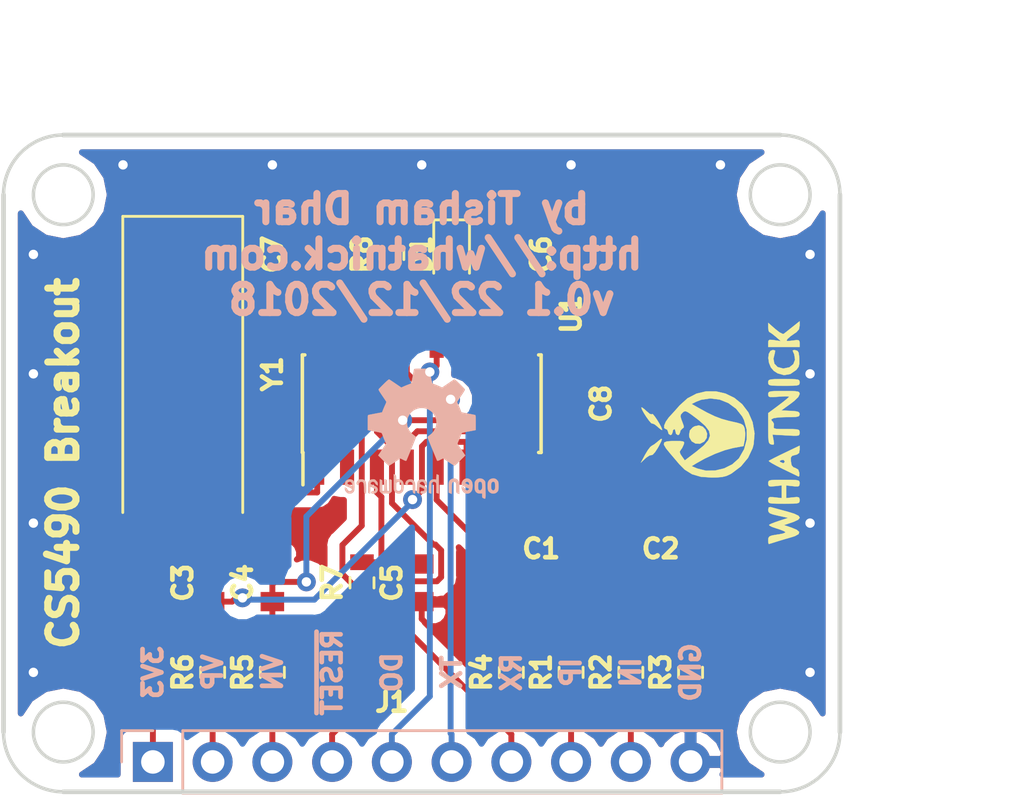
<source format=kicad_pcb>
(kicad_pcb (version 20171130) (host pcbnew "(2018-02-15 revision 29b28de31)-makepkg")

  (general
    (thickness 1.6)
    (drawings 26)
    (tracks 206)
    (zones 0)
    (modules 22)
    (nets 20)
  )

  (page A4)
  (layers
    (0 F.Cu signal)
    (31 B.Cu signal)
    (32 B.Adhes user)
    (33 F.Adhes user)
    (34 B.Paste user)
    (35 F.Paste user)
    (36 B.SilkS user)
    (37 F.SilkS user)
    (38 B.Mask user)
    (39 F.Mask user)
    (40 Dwgs.User user)
    (41 Cmts.User user)
    (42 Eco1.User user)
    (43 Eco2.User user)
    (44 Edge.Cuts user)
    (45 Margin user)
    (46 B.CrtYd user)
    (47 F.CrtYd user)
    (48 B.Fab user hide)
    (49 F.Fab user hide)
  )

  (setup
    (last_trace_width 0.25)
    (trace_clearance 0.2)
    (zone_clearance 0.508)
    (zone_45_only no)
    (trace_min 0.2)
    (segment_width 0.2)
    (edge_width 0.15)
    (via_size 0.8)
    (via_drill 0.4)
    (via_min_size 0.4)
    (via_min_drill 0.3)
    (uvia_size 0.3)
    (uvia_drill 0.1)
    (uvias_allowed no)
    (uvia_min_size 0.2)
    (uvia_min_drill 0.1)
    (pcb_text_width 0.3)
    (pcb_text_size 1.5 1.5)
    (mod_edge_width 0.15)
    (mod_text_size 0.8 0.8)
    (mod_text_width 0.2)
    (pad_size 1.524 1.524)
    (pad_drill 0.762)
    (pad_to_mask_clearance 0.2)
    (aux_axis_origin 0 0)
    (visible_elements 7FFFFFFF)
    (pcbplotparams
      (layerselection 0x010fc_ffffffff)
      (usegerberextensions false)
      (usegerberattributes false)
      (usegerberadvancedattributes false)
      (creategerberjobfile false)
      (excludeedgelayer true)
      (linewidth 0.100000)
      (plotframeref false)
      (viasonmask false)
      (mode 1)
      (useauxorigin false)
      (hpglpennumber 1)
      (hpglpenspeed 20)
      (hpglpendiameter 15)
      (psnegative false)
      (psa4output false)
      (plotreference true)
      (plotvalue true)
      (plotinvisibletext false)
      (padsonsilk false)
      (subtractmaskfromsilk false)
      (outputformat 1)
      (mirror false)
      (drillshape 1)
      (scaleselection 1)
      (outputdirectory ""))
  )

  (net 0 "")
  (net 1 "Net-(U1-Pad1)")
  (net 2 "Net-(U1-Pad2)")
  (net 3 VIN+)
  (net 4 VIN-)
  (net 5 IIN+)
  (net 6 IIN-)
  (net 7 GND)
  (net 8 "Net-(D1-Pad1)")
  (net 9 +3V3)
  (net 10 "Net-(C8-Pad2)")
  (net 11 "Net-(C8-Pad1)")
  (net 12 TX)
  (net 13 RX)
  (net 14 VP)
  (net 15 VN)
  (net 16 IP)
  (net 17 IN)
  (net 18 DO)
  (net 19 ~RESET)

  (net_class Default "This is the default net class."
    (clearance 0.2)
    (trace_width 0.25)
    (via_dia 0.8)
    (via_drill 0.4)
    (uvia_dia 0.3)
    (uvia_drill 0.1)
    (add_net +3V3)
    (add_net DO)
    (add_net GND)
    (add_net IIN+)
    (add_net IIN-)
    (add_net IN)
    (add_net IP)
    (add_net "Net-(C8-Pad1)")
    (add_net "Net-(C8-Pad2)")
    (add_net "Net-(D1-Pad1)")
    (add_net "Net-(U1-Pad1)")
    (add_net "Net-(U1-Pad2)")
    (add_net RX)
    (add_net TX)
    (add_net VIN+)
    (add_net VIN-)
    (add_net VN)
    (add_net VP)
    (add_net ~RESET)
  )

  (module Symbol:OSHW-Logo2_7.3x6mm_SilkScreen (layer B.Cu) (tedit 0) (tstamp 5C46CD01)
    (at 151.13 109.22 180)
    (descr "Open Source Hardware Symbol")
    (tags "Logo Symbol OSHW")
    (path /5C1E2134)
    (attr virtual)
    (fp_text reference LOGO1 (at 0 0 180) (layer B.SilkS) hide
      (effects (font (size 1 1) (thickness 0.15)) (justify mirror))
    )
    (fp_text value Logo_Open_Hardware_Small (at 0.75 0 180) (layer B.Fab) hide
      (effects (font (size 1 1) (thickness 0.15)) (justify mirror))
    )
    (fp_poly (pts (xy -2.400256 -1.919918) (xy -2.344799 -1.947568) (xy -2.295852 -1.99848) (xy -2.282371 -2.017338)
      (xy -2.267686 -2.042015) (xy -2.258158 -2.068816) (xy -2.252707 -2.104587) (xy -2.250253 -2.156169)
      (xy -2.249714 -2.224267) (xy -2.252148 -2.317588) (xy -2.260606 -2.387657) (xy -2.276826 -2.439931)
      (xy -2.302546 -2.479869) (xy -2.339503 -2.512929) (xy -2.342218 -2.514886) (xy -2.37864 -2.534908)
      (xy -2.422498 -2.544815) (xy -2.478276 -2.547257) (xy -2.568952 -2.547257) (xy -2.56899 -2.635283)
      (xy -2.569834 -2.684308) (xy -2.574976 -2.713065) (xy -2.588413 -2.730311) (xy -2.614142 -2.744808)
      (xy -2.620321 -2.747769) (xy -2.649236 -2.761648) (xy -2.671624 -2.770414) (xy -2.688271 -2.771171)
      (xy -2.699964 -2.761023) (xy -2.70749 -2.737073) (xy -2.711634 -2.696426) (xy -2.713185 -2.636186)
      (xy -2.712929 -2.553455) (xy -2.711651 -2.445339) (xy -2.711252 -2.413) (xy -2.709815 -2.301524)
      (xy -2.708528 -2.228603) (xy -2.569029 -2.228603) (xy -2.568245 -2.290499) (xy -2.56476 -2.330997)
      (xy -2.556876 -2.357708) (xy -2.542895 -2.378244) (xy -2.533403 -2.38826) (xy -2.494596 -2.417567)
      (xy -2.460237 -2.419952) (xy -2.424784 -2.39575) (xy -2.423886 -2.394857) (xy -2.409461 -2.376153)
      (xy -2.400687 -2.350732) (xy -2.396261 -2.311584) (xy -2.394882 -2.251697) (xy -2.394857 -2.23843)
      (xy -2.398188 -2.155901) (xy -2.409031 -2.098691) (xy -2.42866 -2.063766) (xy -2.45835 -2.048094)
      (xy -2.475509 -2.046514) (xy -2.516234 -2.053926) (xy -2.544168 -2.07833) (xy -2.560983 -2.12298)
      (xy -2.56835 -2.19113) (xy -2.569029 -2.228603) (xy -2.708528 -2.228603) (xy -2.708292 -2.215245)
      (xy -2.706323 -2.150333) (xy -2.70355 -2.102958) (xy -2.699612 -2.06929) (xy -2.694151 -2.045498)
      (xy -2.686808 -2.027753) (xy -2.677223 -2.012224) (xy -2.673113 -2.006381) (xy -2.618595 -1.951185)
      (xy -2.549664 -1.91989) (xy -2.469928 -1.911165) (xy -2.400256 -1.919918)) (layer B.SilkS) (width 0.01))
    (fp_poly (pts (xy -1.283907 -1.92778) (xy -1.237328 -1.954723) (xy -1.204943 -1.981466) (xy -1.181258 -2.009484)
      (xy -1.164941 -2.043748) (xy -1.154661 -2.089227) (xy -1.149086 -2.150892) (xy -1.146884 -2.233711)
      (xy -1.146629 -2.293246) (xy -1.146629 -2.512391) (xy -1.208314 -2.540044) (xy -1.27 -2.567697)
      (xy -1.277257 -2.32767) (xy -1.280256 -2.238028) (xy -1.283402 -2.172962) (xy -1.287299 -2.128026)
      (xy -1.292553 -2.09877) (xy -1.299769 -2.080748) (xy -1.30955 -2.069511) (xy -1.312688 -2.067079)
      (xy -1.360239 -2.048083) (xy -1.408303 -2.0556) (xy -1.436914 -2.075543) (xy -1.448553 -2.089675)
      (xy -1.456609 -2.10822) (xy -1.461729 -2.136334) (xy -1.464559 -2.179173) (xy -1.465744 -2.241895)
      (xy -1.465943 -2.307261) (xy -1.465982 -2.389268) (xy -1.467386 -2.447316) (xy -1.472086 -2.486465)
      (xy -1.482013 -2.51178) (xy -1.499097 -2.528323) (xy -1.525268 -2.541156) (xy -1.560225 -2.554491)
      (xy -1.598404 -2.569007) (xy -1.593859 -2.311389) (xy -1.592029 -2.218519) (xy -1.589888 -2.149889)
      (xy -1.586819 -2.100711) (xy -1.582206 -2.066198) (xy -1.575432 -2.041562) (xy -1.565881 -2.022016)
      (xy -1.554366 -2.00477) (xy -1.49881 -1.94968) (xy -1.43102 -1.917822) (xy -1.357287 -1.910191)
      (xy -1.283907 -1.92778)) (layer B.SilkS) (width 0.01))
    (fp_poly (pts (xy -2.958885 -1.921962) (xy -2.890855 -1.957733) (xy -2.840649 -2.015301) (xy -2.822815 -2.052312)
      (xy -2.808937 -2.107882) (xy -2.801833 -2.178096) (xy -2.80116 -2.254727) (xy -2.806573 -2.329552)
      (xy -2.81773 -2.394342) (xy -2.834286 -2.440873) (xy -2.839374 -2.448887) (xy -2.899645 -2.508707)
      (xy -2.971231 -2.544535) (xy -3.048908 -2.55502) (xy -3.127452 -2.53881) (xy -3.149311 -2.529092)
      (xy -3.191878 -2.499143) (xy -3.229237 -2.459433) (xy -3.232768 -2.454397) (xy -3.247119 -2.430124)
      (xy -3.256606 -2.404178) (xy -3.26221 -2.370022) (xy -3.264914 -2.321119) (xy -3.265701 -2.250935)
      (xy -3.265714 -2.2352) (xy -3.265678 -2.230192) (xy -3.120571 -2.230192) (xy -3.119727 -2.29643)
      (xy -3.116404 -2.340386) (xy -3.109417 -2.368779) (xy -3.097584 -2.388325) (xy -3.091543 -2.394857)
      (xy -3.056814 -2.41968) (xy -3.023097 -2.418548) (xy -2.989005 -2.397016) (xy -2.968671 -2.374029)
      (xy -2.956629 -2.340478) (xy -2.949866 -2.287569) (xy -2.949402 -2.281399) (xy -2.948248 -2.185513)
      (xy -2.960312 -2.114299) (xy -2.98543 -2.068194) (xy -3.02344 -2.047635) (xy -3.037008 -2.046514)
      (xy -3.072636 -2.052152) (xy -3.097006 -2.071686) (xy -3.111907 -2.109042) (xy -3.119125 -2.16815)
      (xy -3.120571 -2.230192) (xy -3.265678 -2.230192) (xy -3.265174 -2.160413) (xy -3.262904 -2.108159)
      (xy -3.257932 -2.071949) (xy -3.249287 -2.045299) (xy -3.235995 -2.021722) (xy -3.233057 -2.017338)
      (xy -3.183687 -1.958249) (xy -3.129891 -1.923947) (xy -3.064398 -1.910331) (xy -3.042158 -1.909665)
      (xy -2.958885 -1.921962)) (layer B.SilkS) (width 0.01))
    (fp_poly (pts (xy -1.831697 -1.931239) (xy -1.774473 -1.969735) (xy -1.730251 -2.025335) (xy -1.703833 -2.096086)
      (xy -1.69849 -2.148162) (xy -1.699097 -2.169893) (xy -1.704178 -2.186531) (xy -1.718145 -2.201437)
      (xy -1.745411 -2.217973) (xy -1.790388 -2.239498) (xy -1.857489 -2.269374) (xy -1.857829 -2.269524)
      (xy -1.919593 -2.297813) (xy -1.970241 -2.322933) (xy -2.004596 -2.342179) (xy -2.017482 -2.352848)
      (xy -2.017486 -2.352934) (xy -2.006128 -2.376166) (xy -1.979569 -2.401774) (xy -1.949077 -2.420221)
      (xy -1.93363 -2.423886) (xy -1.891485 -2.411212) (xy -1.855192 -2.379471) (xy -1.837483 -2.344572)
      (xy -1.820448 -2.318845) (xy -1.787078 -2.289546) (xy -1.747851 -2.264235) (xy -1.713244 -2.250471)
      (xy -1.706007 -2.249714) (xy -1.697861 -2.26216) (xy -1.69737 -2.293972) (xy -1.703357 -2.336866)
      (xy -1.714643 -2.382558) (xy -1.73005 -2.422761) (xy -1.730829 -2.424322) (xy -1.777196 -2.489062)
      (xy -1.837289 -2.533097) (xy -1.905535 -2.554711) (xy -1.976362 -2.552185) (xy -2.044196 -2.523804)
      (xy -2.047212 -2.521808) (xy -2.100573 -2.473448) (xy -2.13566 -2.410352) (xy -2.155078 -2.327387)
      (xy -2.157684 -2.304078) (xy -2.162299 -2.194055) (xy -2.156767 -2.142748) (xy -2.017486 -2.142748)
      (xy -2.015676 -2.174753) (xy -2.005778 -2.184093) (xy -1.981102 -2.177105) (xy -1.942205 -2.160587)
      (xy -1.898725 -2.139881) (xy -1.897644 -2.139333) (xy -1.860791 -2.119949) (xy -1.846 -2.107013)
      (xy -1.849647 -2.093451) (xy -1.865005 -2.075632) (xy -1.904077 -2.049845) (xy -1.946154 -2.04795)
      (xy -1.983897 -2.066717) (xy -2.009966 -2.102915) (xy -2.017486 -2.142748) (xy -2.156767 -2.142748)
      (xy -2.152806 -2.106027) (xy -2.12845 -2.036212) (xy -2.094544 -1.987302) (xy -2.033347 -1.937878)
      (xy -1.965937 -1.913359) (xy -1.89712 -1.911797) (xy -1.831697 -1.931239)) (layer B.SilkS) (width 0.01))
    (fp_poly (pts (xy -0.624114 -1.851289) (xy -0.619861 -1.910613) (xy -0.614975 -1.945572) (xy -0.608205 -1.96082)
      (xy -0.598298 -1.961015) (xy -0.595086 -1.959195) (xy -0.552356 -1.946015) (xy -0.496773 -1.946785)
      (xy -0.440263 -1.960333) (xy -0.404918 -1.977861) (xy -0.368679 -2.005861) (xy -0.342187 -2.037549)
      (xy -0.324001 -2.077813) (xy -0.312678 -2.131543) (xy -0.306778 -2.203626) (xy -0.304857 -2.298951)
      (xy -0.304823 -2.317237) (xy -0.3048 -2.522646) (xy -0.350509 -2.53858) (xy -0.382973 -2.54942)
      (xy -0.400785 -2.554468) (xy -0.401309 -2.554514) (xy -0.403063 -2.540828) (xy -0.404556 -2.503076)
      (xy -0.405674 -2.446224) (xy -0.406303 -2.375234) (xy -0.4064 -2.332073) (xy -0.406602 -2.246973)
      (xy -0.407642 -2.185981) (xy -0.410169 -2.144177) (xy -0.414836 -2.116642) (xy -0.422293 -2.098456)
      (xy -0.433189 -2.084698) (xy -0.439993 -2.078073) (xy -0.486728 -2.051375) (xy -0.537728 -2.049375)
      (xy -0.583999 -2.071955) (xy -0.592556 -2.080107) (xy -0.605107 -2.095436) (xy -0.613812 -2.113618)
      (xy -0.619369 -2.139909) (xy -0.622474 -2.179562) (xy -0.623824 -2.237832) (xy -0.624114 -2.318173)
      (xy -0.624114 -2.522646) (xy -0.669823 -2.53858) (xy -0.702287 -2.54942) (xy -0.720099 -2.554468)
      (xy -0.720623 -2.554514) (xy -0.721963 -2.540623) (xy -0.723172 -2.501439) (xy -0.724199 -2.4407)
      (xy -0.724998 -2.362141) (xy -0.725519 -2.269498) (xy -0.725714 -2.166509) (xy -0.725714 -1.769342)
      (xy -0.678543 -1.749444) (xy -0.631371 -1.729547) (xy -0.624114 -1.851289)) (layer B.SilkS) (width 0.01))
    (fp_poly (pts (xy 0.039744 -1.950968) (xy 0.096616 -1.972087) (xy 0.097267 -1.972493) (xy 0.13244 -1.99838)
      (xy 0.158407 -2.028633) (xy 0.17667 -2.068058) (xy 0.188732 -2.121462) (xy 0.196096 -2.193651)
      (xy 0.200264 -2.289432) (xy 0.200629 -2.303078) (xy 0.205876 -2.508842) (xy 0.161716 -2.531678)
      (xy 0.129763 -2.54711) (xy 0.11047 -2.554423) (xy 0.109578 -2.554514) (xy 0.106239 -2.541022)
      (xy 0.103587 -2.504626) (xy 0.101956 -2.451452) (xy 0.1016 -2.408393) (xy 0.101592 -2.338641)
      (xy 0.098403 -2.294837) (xy 0.087288 -2.273944) (xy 0.063501 -2.272925) (xy 0.022296 -2.288741)
      (xy -0.039914 -2.317815) (xy -0.085659 -2.341963) (xy -0.109187 -2.362913) (xy -0.116104 -2.385747)
      (xy -0.116114 -2.386877) (xy -0.104701 -2.426212) (xy -0.070908 -2.447462) (xy -0.019191 -2.450539)
      (xy 0.018061 -2.450006) (xy 0.037703 -2.460735) (xy 0.049952 -2.486505) (xy 0.057002 -2.519337)
      (xy 0.046842 -2.537966) (xy 0.043017 -2.540632) (xy 0.007001 -2.55134) (xy -0.043434 -2.552856)
      (xy -0.095374 -2.545759) (xy -0.132178 -2.532788) (xy -0.183062 -2.489585) (xy -0.211986 -2.429446)
      (xy -0.217714 -2.382462) (xy -0.213343 -2.340082) (xy -0.197525 -2.305488) (xy -0.166203 -2.274763)
      (xy -0.115322 -2.24399) (xy -0.040824 -2.209252) (xy -0.036286 -2.207288) (xy 0.030821 -2.176287)
      (xy 0.072232 -2.150862) (xy 0.089981 -2.128014) (xy 0.086107 -2.104745) (xy 0.062643 -2.078056)
      (xy 0.055627 -2.071914) (xy 0.00863 -2.0481) (xy -0.040067 -2.049103) (xy -0.082478 -2.072451)
      (xy -0.110616 -2.115675) (xy -0.113231 -2.12416) (xy -0.138692 -2.165308) (xy -0.170999 -2.185128)
      (xy -0.217714 -2.20477) (xy -0.217714 -2.15395) (xy -0.203504 -2.080082) (xy -0.161325 -2.012327)
      (xy -0.139376 -1.989661) (xy -0.089483 -1.960569) (xy -0.026033 -1.9474) (xy 0.039744 -1.950968)) (layer B.SilkS) (width 0.01))
    (fp_poly (pts (xy 0.529926 -1.949755) (xy 0.595858 -1.974084) (xy 0.649273 -2.017117) (xy 0.670164 -2.047409)
      (xy 0.692939 -2.102994) (xy 0.692466 -2.143186) (xy 0.668562 -2.170217) (xy 0.659717 -2.174813)
      (xy 0.62153 -2.189144) (xy 0.602028 -2.185472) (xy 0.595422 -2.161407) (xy 0.595086 -2.148114)
      (xy 0.582992 -2.09921) (xy 0.551471 -2.064999) (xy 0.507659 -2.048476) (xy 0.458695 -2.052634)
      (xy 0.418894 -2.074227) (xy 0.40545 -2.086544) (xy 0.395921 -2.101487) (xy 0.389485 -2.124075)
      (xy 0.385317 -2.159328) (xy 0.382597 -2.212266) (xy 0.380502 -2.287907) (xy 0.37996 -2.311857)
      (xy 0.377981 -2.39379) (xy 0.375731 -2.451455) (xy 0.372357 -2.489608) (xy 0.367006 -2.513004)
      (xy 0.358824 -2.526398) (xy 0.346959 -2.534545) (xy 0.339362 -2.538144) (xy 0.307102 -2.550452)
      (xy 0.288111 -2.554514) (xy 0.281836 -2.540948) (xy 0.278006 -2.499934) (xy 0.2766 -2.430999)
      (xy 0.277598 -2.333669) (xy 0.277908 -2.318657) (xy 0.280101 -2.229859) (xy 0.282693 -2.165019)
      (xy 0.286382 -2.119067) (xy 0.291864 -2.086935) (xy 0.299835 -2.063553) (xy 0.310993 -2.043852)
      (xy 0.31683 -2.03541) (xy 0.350296 -1.998057) (xy 0.387727 -1.969003) (xy 0.392309 -1.966467)
      (xy 0.459426 -1.946443) (xy 0.529926 -1.949755)) (layer B.SilkS) (width 0.01))
    (fp_poly (pts (xy 1.190117 -2.065358) (xy 1.189933 -2.173837) (xy 1.189219 -2.257287) (xy 1.187675 -2.319704)
      (xy 1.185001 -2.365085) (xy 1.180894 -2.397429) (xy 1.175055 -2.420733) (xy 1.167182 -2.438995)
      (xy 1.161221 -2.449418) (xy 1.111855 -2.505945) (xy 1.049264 -2.541377) (xy 0.980013 -2.55409)
      (xy 0.910668 -2.542463) (xy 0.869375 -2.521568) (xy 0.826025 -2.485422) (xy 0.796481 -2.441276)
      (xy 0.778655 -2.383462) (xy 0.770463 -2.306313) (xy 0.769302 -2.249714) (xy 0.769458 -2.245647)
      (xy 0.870857 -2.245647) (xy 0.871476 -2.31055) (xy 0.874314 -2.353514) (xy 0.88084 -2.381622)
      (xy 0.892523 -2.401953) (xy 0.906483 -2.417288) (xy 0.953365 -2.44689) (xy 1.003701 -2.449419)
      (xy 1.051276 -2.424705) (xy 1.054979 -2.421356) (xy 1.070783 -2.403935) (xy 1.080693 -2.383209)
      (xy 1.086058 -2.352362) (xy 1.088228 -2.304577) (xy 1.088571 -2.251748) (xy 1.087827 -2.185381)
      (xy 1.084748 -2.141106) (xy 1.078061 -2.112009) (xy 1.066496 -2.091173) (xy 1.057013 -2.080107)
      (xy 1.01296 -2.052198) (xy 0.962224 -2.048843) (xy 0.913796 -2.070159) (xy 0.90445 -2.078073)
      (xy 0.88854 -2.095647) (xy 0.87861 -2.116587) (xy 0.873278 -2.147782) (xy 0.871163 -2.196122)
      (xy 0.870857 -2.245647) (xy 0.769458 -2.245647) (xy 0.77281 -2.158568) (xy 0.784726 -2.090086)
      (xy 0.807135 -2.0386) (xy 0.842124 -1.998443) (xy 0.869375 -1.977861) (xy 0.918907 -1.955625)
      (xy 0.976316 -1.945304) (xy 1.029682 -1.948067) (xy 1.059543 -1.959212) (xy 1.071261 -1.962383)
      (xy 1.079037 -1.950557) (xy 1.084465 -1.918866) (xy 1.088571 -1.870593) (xy 1.093067 -1.816829)
      (xy 1.099313 -1.784482) (xy 1.110676 -1.765985) (xy 1.130528 -1.75377) (xy 1.143 -1.748362)
      (xy 1.190171 -1.728601) (xy 1.190117 -2.065358)) (layer B.SilkS) (width 0.01))
    (fp_poly (pts (xy 1.779833 -1.958663) (xy 1.782048 -1.99685) (xy 1.783784 -2.054886) (xy 1.784899 -2.12818)
      (xy 1.785257 -2.205055) (xy 1.785257 -2.465196) (xy 1.739326 -2.511127) (xy 1.707675 -2.539429)
      (xy 1.67989 -2.550893) (xy 1.641915 -2.550168) (xy 1.62684 -2.548321) (xy 1.579726 -2.542948)
      (xy 1.540756 -2.539869) (xy 1.531257 -2.539585) (xy 1.499233 -2.541445) (xy 1.453432 -2.546114)
      (xy 1.435674 -2.548321) (xy 1.392057 -2.551735) (xy 1.362745 -2.54432) (xy 1.33368 -2.521427)
      (xy 1.323188 -2.511127) (xy 1.277257 -2.465196) (xy 1.277257 -1.978602) (xy 1.314226 -1.961758)
      (xy 1.346059 -1.949282) (xy 1.364683 -1.944914) (xy 1.369458 -1.958718) (xy 1.373921 -1.997286)
      (xy 1.377775 -2.056356) (xy 1.380722 -2.131663) (xy 1.382143 -2.195286) (xy 1.386114 -2.445657)
      (xy 1.420759 -2.450556) (xy 1.452268 -2.447131) (xy 1.467708 -2.436041) (xy 1.472023 -2.415308)
      (xy 1.475708 -2.371145) (xy 1.478469 -2.309146) (xy 1.480012 -2.234909) (xy 1.480235 -2.196706)
      (xy 1.480457 -1.976783) (xy 1.526166 -1.960849) (xy 1.558518 -1.950015) (xy 1.576115 -1.944962)
      (xy 1.576623 -1.944914) (xy 1.578388 -1.958648) (xy 1.580329 -1.99673) (xy 1.582282 -2.054482)
      (xy 1.584084 -2.127227) (xy 1.585343 -2.195286) (xy 1.589314 -2.445657) (xy 1.6764 -2.445657)
      (xy 1.680396 -2.21724) (xy 1.684392 -1.988822) (xy 1.726847 -1.966868) (xy 1.758192 -1.951793)
      (xy 1.776744 -1.944951) (xy 1.777279 -1.944914) (xy 1.779833 -1.958663)) (layer B.SilkS) (width 0.01))
    (fp_poly (pts (xy 2.144876 -1.956335) (xy 2.186667 -1.975344) (xy 2.219469 -1.998378) (xy 2.243503 -2.024133)
      (xy 2.260097 -2.057358) (xy 2.270577 -2.1028) (xy 2.276271 -2.165207) (xy 2.278507 -2.249327)
      (xy 2.278743 -2.304721) (xy 2.278743 -2.520826) (xy 2.241774 -2.53767) (xy 2.212656 -2.549981)
      (xy 2.198231 -2.554514) (xy 2.195472 -2.541025) (xy 2.193282 -2.504653) (xy 2.191942 -2.451542)
      (xy 2.191657 -2.409372) (xy 2.190434 -2.348447) (xy 2.187136 -2.300115) (xy 2.182321 -2.270518)
      (xy 2.178496 -2.264229) (xy 2.152783 -2.270652) (xy 2.112418 -2.287125) (xy 2.065679 -2.309458)
      (xy 2.020845 -2.333457) (xy 1.986193 -2.35493) (xy 1.970002 -2.369685) (xy 1.969938 -2.369845)
      (xy 1.97133 -2.397152) (xy 1.983818 -2.423219) (xy 2.005743 -2.444392) (xy 2.037743 -2.451474)
      (xy 2.065092 -2.450649) (xy 2.103826 -2.450042) (xy 2.124158 -2.459116) (xy 2.136369 -2.483092)
      (xy 2.137909 -2.487613) (xy 2.143203 -2.521806) (xy 2.129047 -2.542568) (xy 2.092148 -2.552462)
      (xy 2.052289 -2.554292) (xy 1.980562 -2.540727) (xy 1.943432 -2.521355) (xy 1.897576 -2.475845)
      (xy 1.873256 -2.419983) (xy 1.871073 -2.360957) (xy 1.891629 -2.305953) (xy 1.922549 -2.271486)
      (xy 1.95342 -2.252189) (xy 2.001942 -2.227759) (xy 2.058485 -2.202985) (xy 2.06791 -2.199199)
      (xy 2.130019 -2.171791) (xy 2.165822 -2.147634) (xy 2.177337 -2.123619) (xy 2.16658 -2.096635)
      (xy 2.148114 -2.075543) (xy 2.104469 -2.049572) (xy 2.056446 -2.047624) (xy 2.012406 -2.067637)
      (xy 1.980709 -2.107551) (xy 1.976549 -2.117848) (xy 1.952327 -2.155724) (xy 1.916965 -2.183842)
      (xy 1.872343 -2.206917) (xy 1.872343 -2.141485) (xy 1.874969 -2.101506) (xy 1.88623 -2.069997)
      (xy 1.911199 -2.036378) (xy 1.935169 -2.010484) (xy 1.972441 -1.973817) (xy 2.001401 -1.954121)
      (xy 2.032505 -1.94622) (xy 2.067713 -1.944914) (xy 2.144876 -1.956335)) (layer B.SilkS) (width 0.01))
    (fp_poly (pts (xy 2.6526 -1.958752) (xy 2.669948 -1.966334) (xy 2.711356 -1.999128) (xy 2.746765 -2.046547)
      (xy 2.768664 -2.097151) (xy 2.772229 -2.122098) (xy 2.760279 -2.156927) (xy 2.734067 -2.175357)
      (xy 2.705964 -2.186516) (xy 2.693095 -2.188572) (xy 2.686829 -2.173649) (xy 2.674456 -2.141175)
      (xy 2.669028 -2.126502) (xy 2.63859 -2.075744) (xy 2.59452 -2.050427) (xy 2.53801 -2.051206)
      (xy 2.533825 -2.052203) (xy 2.503655 -2.066507) (xy 2.481476 -2.094393) (xy 2.466327 -2.139287)
      (xy 2.45725 -2.204615) (xy 2.453286 -2.293804) (xy 2.452914 -2.341261) (xy 2.45273 -2.416071)
      (xy 2.451522 -2.467069) (xy 2.448309 -2.499471) (xy 2.442109 -2.518495) (xy 2.43194 -2.529356)
      (xy 2.416819 -2.537272) (xy 2.415946 -2.53767) (xy 2.386828 -2.549981) (xy 2.372403 -2.554514)
      (xy 2.370186 -2.540809) (xy 2.368289 -2.502925) (xy 2.366847 -2.445715) (xy 2.365998 -2.374027)
      (xy 2.365829 -2.321565) (xy 2.366692 -2.220047) (xy 2.37007 -2.143032) (xy 2.377142 -2.086023)
      (xy 2.389088 -2.044526) (xy 2.40709 -2.014043) (xy 2.432327 -1.99008) (xy 2.457247 -1.973355)
      (xy 2.517171 -1.951097) (xy 2.586911 -1.946076) (xy 2.6526 -1.958752)) (layer B.SilkS) (width 0.01))
    (fp_poly (pts (xy 3.153595 -1.966966) (xy 3.211021 -2.004497) (xy 3.238719 -2.038096) (xy 3.260662 -2.099064)
      (xy 3.262405 -2.147308) (xy 3.258457 -2.211816) (xy 3.109686 -2.276934) (xy 3.037349 -2.310202)
      (xy 2.990084 -2.336964) (xy 2.965507 -2.360144) (xy 2.961237 -2.382667) (xy 2.974889 -2.407455)
      (xy 2.989943 -2.423886) (xy 3.033746 -2.450235) (xy 3.081389 -2.452081) (xy 3.125145 -2.431546)
      (xy 3.157289 -2.390752) (xy 3.163038 -2.376347) (xy 3.190576 -2.331356) (xy 3.222258 -2.312182)
      (xy 3.265714 -2.295779) (xy 3.265714 -2.357966) (xy 3.261872 -2.400283) (xy 3.246823 -2.435969)
      (xy 3.21528 -2.476943) (xy 3.210592 -2.482267) (xy 3.175506 -2.51872) (xy 3.145347 -2.538283)
      (xy 3.107615 -2.547283) (xy 3.076335 -2.55023) (xy 3.020385 -2.550965) (xy 2.980555 -2.54166)
      (xy 2.955708 -2.527846) (xy 2.916656 -2.497467) (xy 2.889625 -2.464613) (xy 2.872517 -2.423294)
      (xy 2.863238 -2.367521) (xy 2.859693 -2.291305) (xy 2.85941 -2.252622) (xy 2.860372 -2.206247)
      (xy 2.948007 -2.206247) (xy 2.949023 -2.231126) (xy 2.951556 -2.2352) (xy 2.968274 -2.229665)
      (xy 3.004249 -2.215017) (xy 3.052331 -2.19419) (xy 3.062386 -2.189714) (xy 3.123152 -2.158814)
      (xy 3.156632 -2.131657) (xy 3.16399 -2.10622) (xy 3.146391 -2.080481) (xy 3.131856 -2.069109)
      (xy 3.07941 -2.046364) (xy 3.030322 -2.050122) (xy 2.989227 -2.077884) (xy 2.960758 -2.127152)
      (xy 2.951631 -2.166257) (xy 2.948007 -2.206247) (xy 2.860372 -2.206247) (xy 2.861285 -2.162249)
      (xy 2.868196 -2.095384) (xy 2.881884 -2.046695) (xy 2.904096 -2.010849) (xy 2.936574 -1.982513)
      (xy 2.950733 -1.973355) (xy 3.015053 -1.949507) (xy 3.085473 -1.948006) (xy 3.153595 -1.966966)) (layer B.SilkS) (width 0.01))
    (fp_poly (pts (xy 0.10391 2.757652) (xy 0.182454 2.757222) (xy 0.239298 2.756058) (xy 0.278105 2.753793)
      (xy 0.302538 2.75006) (xy 0.316262 2.744494) (xy 0.32294 2.736727) (xy 0.326236 2.726395)
      (xy 0.326556 2.725057) (xy 0.331562 2.700921) (xy 0.340829 2.653299) (xy 0.353392 2.587259)
      (xy 0.368287 2.507872) (xy 0.384551 2.420204) (xy 0.385119 2.417125) (xy 0.40141 2.331211)
      (xy 0.416652 2.255304) (xy 0.429861 2.193955) (xy 0.440054 2.151718) (xy 0.446248 2.133145)
      (xy 0.446543 2.132816) (xy 0.464788 2.123747) (xy 0.502405 2.108633) (xy 0.551271 2.090738)
      (xy 0.551543 2.090642) (xy 0.613093 2.067507) (xy 0.685657 2.038035) (xy 0.754057 2.008403)
      (xy 0.757294 2.006938) (xy 0.868702 1.956374) (xy 1.115399 2.12484) (xy 1.191077 2.176197)
      (xy 1.259631 2.222111) (xy 1.317088 2.25997) (xy 1.359476 2.287163) (xy 1.382825 2.301079)
      (xy 1.385042 2.302111) (xy 1.40201 2.297516) (xy 1.433701 2.275345) (xy 1.481352 2.234553)
      (xy 1.546198 2.174095) (xy 1.612397 2.109773) (xy 1.676214 2.046388) (xy 1.733329 1.988549)
      (xy 1.780305 1.939825) (xy 1.813703 1.90379) (xy 1.830085 1.884016) (xy 1.830694 1.882998)
      (xy 1.832505 1.869428) (xy 1.825683 1.847267) (xy 1.80854 1.813522) (xy 1.779393 1.7652)
      (xy 1.736555 1.699308) (xy 1.679448 1.614483) (xy 1.628766 1.539823) (xy 1.583461 1.47286)
      (xy 1.54615 1.417484) (xy 1.519452 1.37758) (xy 1.505985 1.357038) (xy 1.505137 1.355644)
      (xy 1.506781 1.335962) (xy 1.519245 1.297707) (xy 1.540048 1.248111) (xy 1.547462 1.232272)
      (xy 1.579814 1.16171) (xy 1.614328 1.081647) (xy 1.642365 1.012371) (xy 1.662568 0.960955)
      (xy 1.678615 0.921881) (xy 1.687888 0.901459) (xy 1.689041 0.899886) (xy 1.706096 0.897279)
      (xy 1.746298 0.890137) (xy 1.804302 0.879477) (xy 1.874763 0.866315) (xy 1.952335 0.851667)
      (xy 2.031672 0.836551) (xy 2.107431 0.821982) (xy 2.174264 0.808978) (xy 2.226828 0.798555)
      (xy 2.259776 0.79173) (xy 2.267857 0.789801) (xy 2.276205 0.785038) (xy 2.282506 0.774282)
      (xy 2.287045 0.753902) (xy 2.290104 0.720266) (xy 2.291967 0.669745) (xy 2.292918 0.598708)
      (xy 2.29324 0.503524) (xy 2.293257 0.464508) (xy 2.293257 0.147201) (xy 2.217057 0.132161)
      (xy 2.174663 0.124005) (xy 2.1114 0.112101) (xy 2.034962 0.097884) (xy 1.953043 0.08279)
      (xy 1.9304 0.078645) (xy 1.854806 0.063947) (xy 1.788953 0.049495) (xy 1.738366 0.036625)
      (xy 1.708574 0.026678) (xy 1.703612 0.023713) (xy 1.691426 0.002717) (xy 1.673953 -0.037967)
      (xy 1.654577 -0.090322) (xy 1.650734 -0.1016) (xy 1.625339 -0.171523) (xy 1.593817 -0.250418)
      (xy 1.562969 -0.321266) (xy 1.562817 -0.321595) (xy 1.511447 -0.432733) (xy 1.680399 -0.681253)
      (xy 1.849352 -0.929772) (xy 1.632429 -1.147058) (xy 1.566819 -1.211726) (xy 1.506979 -1.268733)
      (xy 1.456267 -1.315033) (xy 1.418046 -1.347584) (xy 1.395675 -1.363343) (xy 1.392466 -1.364343)
      (xy 1.373626 -1.356469) (xy 1.33518 -1.334578) (xy 1.28133 -1.301267) (xy 1.216276 -1.259131)
      (xy 1.14594 -1.211943) (xy 1.074555 -1.16381) (xy 1.010908 -1.121928) (xy 0.959041 -1.088871)
      (xy 0.922995 -1.067218) (xy 0.906867 -1.059543) (xy 0.887189 -1.066037) (xy 0.849875 -1.08315)
      (xy 0.802621 -1.107326) (xy 0.797612 -1.110013) (xy 0.733977 -1.141927) (xy 0.690341 -1.157579)
      (xy 0.663202 -1.157745) (xy 0.649057 -1.143204) (xy 0.648975 -1.143) (xy 0.641905 -1.125779)
      (xy 0.625042 -1.084899) (xy 0.599695 -1.023525) (xy 0.567171 -0.944819) (xy 0.528778 -0.851947)
      (xy 0.485822 -0.748072) (xy 0.444222 -0.647502) (xy 0.398504 -0.536516) (xy 0.356526 -0.433703)
      (xy 0.319548 -0.342215) (xy 0.288827 -0.265201) (xy 0.265622 -0.205815) (xy 0.25119 -0.167209)
      (xy 0.246743 -0.1528) (xy 0.257896 -0.136272) (xy 0.287069 -0.10993) (xy 0.325971 -0.080887)
      (xy 0.436757 0.010961) (xy 0.523351 0.116241) (xy 0.584716 0.232734) (xy 0.619815 0.358224)
      (xy 0.627608 0.490493) (xy 0.621943 0.551543) (xy 0.591078 0.678205) (xy 0.53792 0.790059)
      (xy 0.465767 0.885999) (xy 0.377917 0.964924) (xy 0.277665 1.02573) (xy 0.16831 1.067313)
      (xy 0.053147 1.088572) (xy -0.064525 1.088401) (xy -0.18141 1.065699) (xy -0.294211 1.019362)
      (xy -0.399631 0.948287) (xy -0.443632 0.908089) (xy -0.528021 0.804871) (xy -0.586778 0.692075)
      (xy -0.620296 0.57299) (xy -0.628965 0.450905) (xy -0.613177 0.329107) (xy -0.573322 0.210884)
      (xy -0.509793 0.099525) (xy -0.422979 -0.001684) (xy -0.325971 -0.080887) (xy -0.285563 -0.111162)
      (xy -0.257018 -0.137219) (xy -0.246743 -0.152825) (xy -0.252123 -0.169843) (xy -0.267425 -0.2105)
      (xy -0.291388 -0.271642) (xy -0.322756 -0.350119) (xy -0.360268 -0.44278) (xy -0.402667 -0.546472)
      (xy -0.444337 -0.647526) (xy -0.49031 -0.758607) (xy -0.532893 -0.861541) (xy -0.570779 -0.953165)
      (xy -0.60266 -1.030316) (xy -0.627229 -1.089831) (xy -0.64318 -1.128544) (xy -0.64909 -1.143)
      (xy -0.663052 -1.157685) (xy -0.69006 -1.157642) (xy -0.733587 -1.142099) (xy -0.79711 -1.110284)
      (xy -0.797612 -1.110013) (xy -0.84544 -1.085323) (xy -0.884103 -1.067338) (xy -0.905905 -1.059614)
      (xy -0.906867 -1.059543) (xy -0.923279 -1.067378) (xy -0.959513 -1.089165) (xy -1.011526 -1.122328)
      (xy -1.075275 -1.164291) (xy -1.14594 -1.211943) (xy -1.217884 -1.260191) (xy -1.282726 -1.302151)
      (xy -1.336265 -1.335227) (xy -1.374303 -1.356821) (xy -1.392467 -1.364343) (xy -1.409192 -1.354457)
      (xy -1.44282 -1.326826) (xy -1.48999 -1.284495) (xy -1.547342 -1.230505) (xy -1.611516 -1.167899)
      (xy -1.632503 -1.146983) (xy -1.849501 -0.929623) (xy -1.684332 -0.68722) (xy -1.634136 -0.612781)
      (xy -1.590081 -0.545972) (xy -1.554638 -0.490665) (xy -1.530281 -0.450729) (xy -1.519478 -0.430036)
      (xy -1.519162 -0.428563) (xy -1.524857 -0.409058) (xy -1.540174 -0.369822) (xy -1.562463 -0.31743)
      (xy -1.578107 -0.282355) (xy -1.607359 -0.215201) (xy -1.634906 -0.147358) (xy -1.656263 -0.090034)
      (xy -1.662065 -0.072572) (xy -1.678548 -0.025938) (xy -1.69466 0.010095) (xy -1.70351 0.023713)
      (xy -1.72304 0.032048) (xy -1.765666 0.043863) (xy -1.825855 0.057819) (xy -1.898078 0.072578)
      (xy -1.9304 0.078645) (xy -2.012478 0.093727) (xy -2.091205 0.108331) (xy -2.158891 0.12102)
      (xy -2.20784 0.130358) (xy -2.217057 0.132161) (xy -2.293257 0.147201) (xy -2.293257 0.464508)
      (xy -2.293086 0.568846) (xy -2.292384 0.647787) (xy -2.290866 0.704962) (xy -2.288251 0.744001)
      (xy -2.284254 0.768535) (xy -2.278591 0.782195) (xy -2.27098 0.788611) (xy -2.267857 0.789801)
      (xy -2.249022 0.79402) (xy -2.207412 0.802438) (xy -2.14837 0.814039) (xy -2.077243 0.827805)
      (xy -1.999375 0.84272) (xy -1.920113 0.857768) (xy -1.844802 0.871931) (xy -1.778787 0.884194)
      (xy -1.727413 0.893539) (xy -1.696025 0.89895) (xy -1.689041 0.899886) (xy -1.682715 0.912404)
      (xy -1.66871 0.945754) (xy -1.649645 0.993623) (xy -1.642366 1.012371) (xy -1.613004 1.084805)
      (xy -1.578429 1.16483) (xy -1.547463 1.232272) (xy -1.524677 1.283841) (xy -1.509518 1.326215)
      (xy -1.504458 1.352166) (xy -1.505264 1.355644) (xy -1.515959 1.372064) (xy -1.54038 1.408583)
      (xy -1.575905 1.461313) (xy -1.619913 1.526365) (xy -1.669783 1.599849) (xy -1.679644 1.614355)
      (xy -1.737508 1.700296) (xy -1.780044 1.765739) (xy -1.808946 1.813696) (xy -1.82591 1.84718)
      (xy -1.832633 1.869205) (xy -1.83081 1.882783) (xy -1.830764 1.882869) (xy -1.816414 1.900703)
      (xy -1.784677 1.935183) (xy -1.73899 1.982732) (xy -1.682796 2.039778) (xy -1.619532 2.102745)
      (xy -1.612398 2.109773) (xy -1.53267 2.18698) (xy -1.471143 2.24367) (xy -1.426579 2.28089)
      (xy -1.397743 2.299685) (xy -1.385042 2.302111) (xy -1.366506 2.291529) (xy -1.328039 2.267084)
      (xy -1.273614 2.231388) (xy -1.207202 2.187053) (xy -1.132775 2.136689) (xy -1.115399 2.12484)
      (xy -0.868703 1.956374) (xy -0.757294 2.006938) (xy -0.689543 2.036405) (xy -0.616817 2.066041)
      (xy -0.554297 2.08967) (xy -0.551543 2.090642) (xy -0.50264 2.108543) (xy -0.464943 2.12368)
      (xy -0.446575 2.13279) (xy -0.446544 2.132816) (xy -0.440715 2.149283) (xy -0.430808 2.189781)
      (xy -0.417805 2.249758) (xy -0.402691 2.32466) (xy -0.386448 2.409936) (xy -0.385119 2.417125)
      (xy -0.368825 2.504986) (xy -0.353867 2.58474) (xy -0.341209 2.651319) (xy -0.331814 2.699653)
      (xy -0.326646 2.724675) (xy -0.326556 2.725057) (xy -0.323411 2.735701) (xy -0.317296 2.743738)
      (xy -0.304547 2.749533) (xy -0.2815 2.753453) (xy -0.244491 2.755865) (xy -0.189856 2.757135)
      (xy -0.113933 2.757629) (xy -0.013056 2.757714) (xy 0 2.757714) (xy 0.10391 2.757652)) (layer B.SilkS) (width 0.01))
  )

  (module Whatnick_logo:Whatnick_logo (layer F.Cu) (tedit 0) (tstamp 5C46B298)
    (at 163.83 109.22 90)
    (path /5C1E049F)
    (fp_text reference G1 (at 0 0 90) (layer F.SilkS) hide
      (effects (font (size 1.524 1.524) (thickness 0.3)))
    )
    (fp_text value LOGO (at 0.75 0 90) (layer F.SilkS) hide
      (effects (font (size 1.524 1.524) (thickness 0.3)))
    )
    (fp_poly (pts (xy -3.139967 2.050986) (xy -3.127412 2.13222) (xy -3.138411 2.174875) (xy -3.173829 2.301354)
      (xy -3.231098 2.511273) (xy -3.299515 2.765312) (xy -3.319914 2.841625) (xy -3.412672 3.143069)
      (xy -3.498898 3.319439) (xy -3.582272 3.372245) (xy -3.666477 3.303001) (xy -3.755194 3.11322)
      (xy -3.783532 3.032125) (xy -3.89427 2.69875) (xy -4.000455 3.01625) (xy -4.096008 3.245617)
      (xy -4.18731 3.348071) (xy -4.275109 3.32359) (xy -4.360155 3.172154) (xy -4.414639 3.00446)
      (xy -4.489523 2.743171) (xy -4.568487 2.480099) (xy -4.6081 2.354063) (xy -4.66191 2.183617)
      (xy -4.694518 2.072631) (xy -4.699 2.052438) (xy -4.644426 2.037124) (xy -4.538258 2.032)
      (xy -4.439541 2.040694) (xy -4.37695 2.08464) (xy -4.335896 2.190629) (xy -4.301792 2.385454)
      (xy -4.286916 2.493604) (xy -4.253461 2.661535) (xy -4.212961 2.75506) (xy -4.19109 2.762305)
      (xy -4.144699 2.686966) (xy -4.081852 2.527402) (xy -4.03218 2.371611) (xy -3.970187 2.191931)
      (xy -3.91369 2.084832) (xy -3.880487 2.071159) (xy -3.836589 2.157822) (xy -3.770979 2.326456)
      (xy -3.710097 2.503701) (xy -3.58775 2.880152) (xy -3.49428 2.456076) (xy -3.439798 2.229966)
      (xy -3.391181 2.101957) (xy -3.33276 2.044989) (xy -3.248868 2.032) (xy -3.248749 2.032)
      (xy -3.139967 2.050986)) (layer F.SilkS) (width 0.01))
    (fp_poly (pts (xy -2.052282 2.036458) (xy -2.008744 2.064917) (xy -1.983715 2.14) (xy -1.972071 2.284331)
      (xy -1.968692 2.520534) (xy -1.9685 2.69875) (xy -1.96951 2.995433) (xy -1.975953 3.187741)
      (xy -1.992951 3.298298) (xy -2.025627 3.349727) (xy -2.079103 3.364653) (xy -2.11945 3.3655)
      (xy -2.210942 3.355299) (xy -2.249081 3.302216) (xy -2.247881 3.172524) (xy -2.238192 3.07975)
      (xy -2.205984 2.794) (xy -2.747017 2.794) (xy -2.714809 3.07975) (xy -2.70043 3.255121)
      (xy -2.719058 3.338645) (xy -2.784705 3.364046) (xy -2.833551 3.3655) (xy -2.900719 3.361041)
      (xy -2.944257 3.332582) (xy -2.969286 3.257499) (xy -2.98093 3.113168) (xy -2.984309 2.876965)
      (xy -2.9845 2.69875) (xy -2.983491 2.402066) (xy -2.977048 2.209758) (xy -2.96005 2.099201)
      (xy -2.927374 2.047772) (xy -2.873898 2.032846) (xy -2.833551 2.032) (xy -2.742059 2.0422)
      (xy -2.70392 2.095283) (xy -2.70512 2.224975) (xy -2.714809 2.31775) (xy -2.747017 2.6035)
      (xy -2.205984 2.6035) (xy -2.238192 2.31775) (xy -2.252571 2.142378) (xy -2.233943 2.058854)
      (xy -2.168296 2.033453) (xy -2.11945 2.032) (xy -2.052282 2.036458)) (layer F.SilkS) (width 0.01))
    (fp_poly (pts (xy -1.121452 2.124131) (xy -1.039022 2.28314) (xy -0.927622 2.507192) (xy -0.820307 2.728692)
      (xy -0.515165 3.3655) (xy -0.694145 3.3655) (xy -0.826971 3.343007) (xy -0.892367 3.24995)
      (xy -0.912002 3.171118) (xy -0.949458 3.044022) (xy -1.021008 2.994643) (xy -1.170564 2.995127)
      (xy -1.187306 2.996493) (xy -1.353572 3.027228) (xy -1.43515 3.100291) (xy -1.460504 3.175)
      (xy -1.533056 3.305275) (xy -1.676307 3.35451) (xy -1.795182 3.353725) (xy -1.829212 3.32276)
      (xy -1.792393 3.247108) (xy -1.712901 3.082866) (xy -1.603214 2.855841) (xy -1.515815 2.674749)
      (xy -1.265854 2.674749) (xy -1.214931 2.727735) (xy -1.180695 2.7305) (xy -1.118527 2.683959)
      (xy -1.126005 2.598132) (xy -1.163634 2.513053) (xy -1.211111 2.545513) (xy -1.214338 2.550507)
      (xy -1.265854 2.674749) (xy -1.515815 2.674749) (xy -1.501091 2.644242) (xy -1.376648 2.395871)
      (xy -1.27013 2.201069) (xy -1.193958 2.081437) (xy -1.162273 2.05506) (xy -1.121452 2.124131)) (layer F.SilkS) (width 0.01))
    (fp_poly (pts (xy 1.202071 2.4765) (xy 1.354215 2.675835) (xy 1.478518 2.828921) (xy 1.555644 2.912356)
      (xy 1.569262 2.921) (xy 1.58244 2.863142) (xy 1.582754 2.710826) (xy 1.570248 2.495933)
      (xy 1.568654 2.4765) (xy 1.551515 2.244562) (xy 1.553011 2.111584) (xy 1.579433 2.050128)
      (xy 1.637074 2.032753) (xy 1.670569 2.032) (xy 1.732541 2.038103) (xy 1.772717 2.071469)
      (xy 1.795811 2.154678) (xy 1.806536 2.310314) (xy 1.809608 2.560957) (xy 1.80975 2.69875)
      (xy 1.808291 2.995908) (xy 1.800947 3.188594) (xy 1.783262 3.299328) (xy 1.750784 3.350628)
      (xy 1.699058 3.365014) (xy 1.677882 3.3655) (xy 1.554455 3.308495) (xy 1.387193 3.136297)
      (xy 1.265132 2.977115) (xy 0.98425 2.588731) (xy 0.965344 2.977115) (xy 0.949597 3.193639)
      (xy 0.922213 3.311483) (xy 0.872776 3.358959) (xy 0.822469 3.3655) (xy 0.763357 3.355179)
      (xy 0.72669 3.308102) (xy 0.70719 3.200094) (xy 0.69958 3.006983) (xy 0.6985 2.797747)
      (xy 0.687583 2.478493) (xy 0.656151 2.265206) (xy 0.606178 2.16382) (xy 0.539639 2.180272)
      (xy 0.5074 2.22347) (xy 0.412588 2.274591) (xy 0.323999 2.2693) (xy 0.260547 2.259458)
      (xy 0.221233 2.285699) (xy 0.200294 2.370926) (xy 0.191971 2.538039) (xy 0.1905 2.799944)
      (xy 0.189014 3.068854) (xy 0.180194 3.235315) (xy 0.157494 3.323877) (xy 0.114371 3.359087)
      (xy 0.044279 3.365495) (xy 0.039722 3.3655) (xy -0.031129 3.361138) (xy -0.073732 3.331867)
      (xy -0.093056 3.253406) (xy -0.094074 3.101472) (xy -0.081754 2.851786) (xy -0.078209 2.789421)
      (xy -0.045363 2.213342) (xy -0.272373 2.25593) (xy -0.420014 2.276924) (xy -0.474543 2.253714)
      (xy -0.466278 2.171994) (xy -0.464536 2.165258) (xy -0.440113 2.105101) (xy -0.388676 2.066379)
      (xy -0.286151 2.044413) (xy -0.108462 2.034522) (xy 0.168465 2.032026) (xy 0.220925 2.032)
      (xy 0.871537 2.032) (xy 1.202071 2.4765)) (layer F.SilkS) (width 0.01))
    (fp_poly (pts (xy 2.238472 2.03754) (xy 2.279699 2.06923) (xy 2.303399 2.14967) (xy 2.314414 2.301462)
      (xy 2.317589 2.547207) (xy 2.31775 2.69875) (xy 2.316562 2.995539) (xy 2.309772 3.187932)
      (xy 2.292534 3.298531) (xy 2.260008 3.349936) (xy 2.207348 3.364749) (xy 2.174875 3.3655)
      (xy 2.111277 3.359959) (xy 2.07005 3.328269) (xy 2.04635 3.247829) (xy 2.035335 3.096037)
      (xy 2.03216 2.850292) (xy 2.032 2.69875) (xy 2.033187 2.40196) (xy 2.039977 2.209567)
      (xy 2.057215 2.098968) (xy 2.089741 2.047563) (xy 2.142401 2.03275) (xy 2.174875 2.032)
      (xy 2.238472 2.03754)) (layer F.SilkS) (width 0.01))
    (fp_poly (pts (xy 3.390689 2.055656) (xy 3.516345 2.126785) (xy 3.556 2.230503) (xy 3.532733 2.324778)
      (xy 3.446474 2.317046) (xy 3.444875 2.316377) (xy 3.18242 2.252206) (xy 2.972106 2.292299)
      (xy 2.829329 2.428211) (xy 2.769486 2.651495) (xy 2.7686 2.68741) (xy 2.81818 2.931644)
      (xy 2.950982 3.098107) (xy 3.143094 3.171833) (xy 3.370606 3.137857) (xy 3.438239 3.106555)
      (xy 3.531422 3.071041) (xy 3.551684 3.127873) (xy 3.545189 3.18593) (xy 3.517647 3.274046)
      (xy 3.444879 3.322134) (xy 3.293484 3.345955) (xy 3.191292 3.352928) (xy 2.978002 3.355098)
      (xy 2.839176 3.321319) (xy 2.72415 3.237372) (xy 2.70175 3.215522) (xy 2.531912 2.970243)
      (xy 2.485511 2.704765) (xy 2.562942 2.430361) (xy 2.668371 2.266928) (xy 2.81682 2.142413)
      (xy 3.008384 2.064805) (xy 3.210521 2.035441) (xy 3.390689 2.055656)) (layer F.SilkS) (width 0.01))
    (fp_poly (pts (xy 3.948594 2.040658) (xy 3.988726 2.08972) (xy 3.983589 2.213813) (xy 3.97096 2.301875)
      (xy 3.930257 2.57175) (xy 4.12242 2.3495) (xy 4.23744 2.20739) (xy 4.307026 2.103938)
      (xy 4.316291 2.079625) (xy 4.372937 2.046504) (xy 4.507537 2.032024) (xy 4.513896 2.032)
      (xy 4.709793 2.032) (xy 4.450213 2.326898) (xy 4.305658 2.511371) (xy 4.239163 2.643231)
      (xy 4.242956 2.692023) (xy 4.308908 2.777057) (xy 4.426056 2.925263) (xy 4.536539 3.063875)
      (xy 4.777798 3.3655) (xy 4.584828 3.3655) (xy 4.431511 3.336585) (xy 4.312088 3.229291)
      (xy 4.258911 3.150388) (xy 4.145143 2.987088) (xy 4.036622 2.862645) (xy 4.020983 2.848763)
      (xy 3.959909 2.808698) (xy 3.936316 2.838415) (xy 3.943625 2.960039) (xy 3.957035 3.063875)
      (xy 3.977427 3.245072) (xy 3.965245 3.333769) (xy 3.90777 3.362902) (xy 3.840535 3.3655)
      (xy 3.683 3.3655) (xy 3.683 2.032) (xy 3.847331 2.032) (xy 3.948594 2.040658)) (layer F.SilkS) (width 0.01))
    (fp_poly (pts (xy -0.382034 -2.393553) (xy -0.334221 -2.279067) (xy -0.31821 -2.056023) (xy -0.3175 -1.964221)
      (xy -0.319576 -1.731499) (xy -0.331622 -1.600969) (xy -0.362369 -1.547828) (xy -0.420545 -1.547276)
      (xy -0.460375 -1.558286) (xy -0.615577 -1.629721) (xy -0.693099 -1.686432) (xy -0.772474 -1.732903)
      (xy -0.869612 -1.704681) (xy -0.96269 -1.643745) (xy -1.142433 -1.515757) (xy -0.759327 -1.012489)
      (xy -0.505609 -0.70693) (xy -0.286868 -0.517166) (xy -0.086733 -0.443246) (xy 0.111162 -0.485224)
      (xy 0.323188 -0.64315) (xy 0.565712 -0.917074) (xy 0.643072 -1.016882) (xy 0.810044 -1.239438)
      (xy 0.909201 -1.38536) (xy 0.950371 -1.47852) (xy 0.943379 -1.542786) (xy 0.898051 -1.602029)
      (xy 0.888192 -1.612333) (xy 0.807454 -1.683478) (xy 0.725837 -1.699102) (xy 0.595997 -1.661169)
      (xy 0.511255 -1.627962) (xy 0.346296 -1.567989) (xy 0.260857 -1.560666) (xy 0.219376 -1.604923)
      (xy 0.213557 -1.619005) (xy 0.126876 -1.699526) (xy 0.056706 -1.7145) (xy -0.042459 -1.756079)
      (xy -0.0635 -1.80975) (xy -0.010561 -1.887322) (xy 0.0635 -1.905) (xy 0.166685 -1.931593)
      (xy 0.1905 -1.9685) (xy 0.137315 -2.020093) (xy 0.0635 -2.032) (xy -0.039929 -2.071705)
      (xy -0.0635 -2.12725) (xy -0.010561 -2.204822) (xy 0.0635 -2.2225) (xy 0.169154 -2.265106)
      (xy 0.1905 -2.324634) (xy 0.235011 -2.392248) (xy 0.350028 -2.388112) (xy 0.507777 -2.320912)
      (xy 0.680484 -2.199334) (xy 0.727914 -2.156565) (xy 0.891857 -2.005178) (xy 1.092862 -1.825906)
      (xy 1.195223 -1.736879) (xy 1.500228 -1.39942) (xy 1.699143 -1.017287) (xy 1.796153 -0.608798)
      (xy 1.795445 -0.192272) (xy 1.701205 0.213975) (xy 1.517621 0.591624) (xy 1.248878 0.922357)
      (xy 0.899163 1.187858) (xy 0.486083 1.365875) (xy 0.007182 1.449995) (xy -0.457288 1.410635)
      (xy -0.620917 1.367172) (xy -1.031295 1.174308) (xy -1.394305 0.873384) (xy -1.691924 0.479904)
      (xy -1.730424 0.41275) (xy -1.805062 0.249573) (xy -1.848605 0.068742) (xy -1.868338 -0.170626)
      (xy -1.871858 -0.381) (xy -1.854427 -0.620077) (xy -1.578965 -0.620077) (xy -1.574046 -0.227366)
      (xy -1.481271 0.158645) (xy -1.309082 0.504094) (xy -1.06592 0.775116) (xy -1.044424 0.791981)
      (xy -0.663842 1.008873) (xy -0.248775 1.117196) (xy 0.174815 1.115019) (xy 0.580964 1.00041)
      (xy 0.730399 0.924019) (xy 1.055944 0.666477) (xy 1.297047 0.338254) (xy 1.445953 -0.036077)
      (xy 1.494909 -0.431944) (xy 1.436159 -0.824774) (xy 1.350294 -1.04032) (xy 1.258005 -1.223389)
      (xy 1.099076 -0.94507) (xy 0.887545 -0.559853) (xy 0.734236 -0.240123) (xy 0.623478 0.051923)
      (xy 0.539605 0.354093) (xy 0.514557 0.465258) (xy 0.457484 0.718257) (xy 0.409575 0.874462)
      (xy 0.355302 0.961654) (xy 0.279137 1.007617) (xy 0.197878 1.031855) (xy -0.002864 1.054139)
      (xy -0.231725 1.040215) (xy -0.270586 1.033463) (xy -0.532761 0.981615) (xy -0.613561 0.54382)
      (xy -0.709249 0.180485) (xy -0.865359 -0.237209) (xy -1.063271 -0.664219) (xy -1.255586 -1.009253)
      (xy -1.387669 -1.224756) (xy -1.487585 -0.985623) (xy -1.578965 -0.620077) (xy -1.854427 -0.620077)
      (xy -1.838663 -0.836278) (xy -1.729544 -1.207802) (xy -1.534109 -1.520606) (xy -1.30384 -1.749432)
      (xy -1.110661 -1.912595) (xy -0.921627 -2.073419) (xy -0.85725 -2.128587) (xy -0.629452 -2.314021)
      (xy -0.475745 -2.403774) (xy -0.382034 -2.393553)) (layer F.SilkS) (width 0.01))
    (fp_poly (pts (xy 0.128247 -1.300182) (xy 0.256628 -1.185675) (xy 0.308002 -1.099533) (xy 0.349004 -0.91514)
      (xy 0.291837 -0.752904) (xy 0.165277 -0.631133) (xy -0.001903 -0.568133) (xy -0.180929 -0.582211)
      (xy -0.339409 -0.687626) (xy -0.433383 -0.869453) (xy -0.425282 -1.059107) (xy -0.330703 -1.220786)
      (xy -0.165238 -1.318689) (xy -0.0585 -1.332528) (xy 0.128247 -1.300182)) (layer F.SilkS) (width 0.01))
    (fp_poly (pts (xy -0.897461 -3.201998) (xy -0.710143 -3.089516) (xy -0.572906 -2.984222) (xy -0.523028 -2.922748)
      (xy -0.459054 -2.813043) (xy -0.346364 -2.671319) (xy -0.328062 -2.651125) (xy -0.231627 -2.532784)
      (xy -0.229645 -2.486885) (xy -0.324906 -2.513607) (xy -0.520202 -2.613133) (xy -0.621309 -2.670128)
      (xy -0.792145 -2.781466) (xy -0.897398 -2.876747) (xy -0.915997 -2.928692) (xy -0.929863 -3.011566)
      (xy -1.01362 -3.140013) (xy -1.056689 -3.189535) (xy -1.23825 -3.384248) (xy -0.897461 -3.201998)) (layer F.SilkS) (width 0.01))
    (fp_poly (pts (xy 1.104021 -3.325188) (xy 1.02759 -3.224454) (xy 0.959418 -3.150388) (xy 0.835308 -3.001895)
      (xy 0.814891 -2.920324) (xy 0.832347 -2.908135) (xy 0.818243 -2.869316) (xy 0.723528 -2.790641)
      (xy 0.5796 -2.692118) (xy 0.417853 -2.593755) (xy 0.269683 -2.515558) (xy 0.166488 -2.477534)
      (xy 0.155015 -2.4765) (xy 0.161444 -2.51618) (xy 0.238745 -2.615998) (xy 0.285115 -2.666338)
      (xy 0.387865 -2.793191) (xy 0.427745 -2.883974) (xy 0.422373 -2.900794) (xy 0.449988 -2.950573)
      (xy 0.55572 -3.040658) (xy 0.70702 -3.14905) (xy 0.871338 -3.25375) (xy 1.016124 -3.33276)
      (xy 1.107831 -3.364066) (xy 1.104021 -3.325188)) (layer F.SilkS) (width 0.01))
  )

  (module LED_SMD:LED_0603_1608Metric (layer F.Cu) (tedit 5A00A67C) (tstamp 5C27936A)
    (at 152.4 101.6 270)
    (descr "LED SMD 0603 (1608 Metric), square (rectangular) end terminal, IPC_7351 nominal, (Body size source: http://www.tortai-tech.com/upload/download/2011102023233369053.pdf), generated with kicad-footprint-generator")
    (tags diode)
    (path /5C1BE361)
    (attr smd)
    (fp_text reference D1 (at 0 1.27 270) (layer F.SilkS)
      (effects (font (size 0.8 0.8) (thickness 0.2)))
    )
    (fp_text value LED (at 0 1.65 270) (layer F.Fab)
      (effects (font (size 1 1) (thickness 0.15)))
    )
    (fp_line (start 0.8 -0.4) (end -0.5 -0.4) (layer F.Fab) (width 0.1))
    (fp_line (start -0.5 -0.4) (end -0.8 -0.1) (layer F.Fab) (width 0.1))
    (fp_line (start -0.8 -0.1) (end -0.8 0.4) (layer F.Fab) (width 0.1))
    (fp_line (start -0.8 0.4) (end 0.8 0.4) (layer F.Fab) (width 0.1))
    (fp_line (start 0.8 0.4) (end 0.8 -0.4) (layer F.Fab) (width 0.1))
    (fp_line (start 0.8 -0.76) (end -1.47 -0.76) (layer F.SilkS) (width 0.12))
    (fp_line (start -1.47 -0.76) (end -1.47 0.76) (layer F.SilkS) (width 0.12))
    (fp_line (start -1.47 0.76) (end 0.8 0.76) (layer F.SilkS) (width 0.12))
    (fp_line (start -1.46 0.75) (end -1.46 -0.75) (layer F.CrtYd) (width 0.05))
    (fp_line (start -1.46 -0.75) (end 1.46 -0.75) (layer F.CrtYd) (width 0.05))
    (fp_line (start 1.46 -0.75) (end 1.46 0.75) (layer F.CrtYd) (width 0.05))
    (fp_line (start 1.46 0.75) (end -1.46 0.75) (layer F.CrtYd) (width 0.05))
    (fp_text user %R (at 0 0 270) (layer F.Fab)
      (effects (font (size 0.5 0.5) (thickness 0.08)))
    )
    (pad 1 smd rect (at -0.875 0 270) (size 0.67 1) (layers F.Cu F.Paste F.Mask)
      (net 8 "Net-(D1-Pad1)"))
    (pad 2 smd rect (at 0.875 0 270) (size 0.67 1) (layers F.Cu F.Paste F.Mask)
      (net 9 +3V3))
    (model ${KISYS3DMOD}/LED_SMD.3dshapes/LED_0603_1608Metric.wrl
      (at (xyz 0 0 0))
      (scale (xyz 1 1 1))
      (rotate (xyz 0 0 0))
    )
  )

  (module Capacitor_SMD:C_0603_1608Metric (layer F.Cu) (tedit 5AC5DB74) (tstamp 5C277C43)
    (at 156.21 115.57)
    (descr "Capacitor SMD 0603 (1608 Metric), square (rectangular) end terminal, IPC_7351 nominal, (Body size source: http://www.tortai-tech.com/upload/download/2011102023233369053.pdf), generated with kicad-footprint-generator")
    (tags capacitor)
    (path /5C1BD47C)
    (attr smd)
    (fp_text reference C1 (at 0 -1.45) (layer F.SilkS)
      (effects (font (size 0.8 0.8) (thickness 0.2)))
    )
    (fp_text value 27nF (at 0 1.45) (layer F.Fab)
      (effects (font (size 1 1) (thickness 0.15)))
    )
    (fp_text user %R (at 0 0) (layer F.Fab)
      (effects (font (size 0.4 0.4) (thickness 0.06)))
    )
    (fp_line (start 1.46 0.75) (end -1.46 0.75) (layer F.CrtYd) (width 0.05))
    (fp_line (start 1.46 -0.75) (end 1.46 0.75) (layer F.CrtYd) (width 0.05))
    (fp_line (start -1.46 -0.75) (end 1.46 -0.75) (layer F.CrtYd) (width 0.05))
    (fp_line (start -1.46 0.75) (end -1.46 -0.75) (layer F.CrtYd) (width 0.05))
    (fp_line (start 0.8 0.4) (end -0.8 0.4) (layer F.Fab) (width 0.1))
    (fp_line (start 0.8 -0.4) (end 0.8 0.4) (layer F.Fab) (width 0.1))
    (fp_line (start -0.8 -0.4) (end 0.8 -0.4) (layer F.Fab) (width 0.1))
    (fp_line (start -0.8 0.4) (end -0.8 -0.4) (layer F.Fab) (width 0.1))
    (pad 2 smd rect (at 0.8 0) (size 0.82 1) (layers F.Cu F.Paste F.Mask)
      (net 7 GND))
    (pad 1 smd rect (at -0.8 0) (size 0.82 1) (layers F.Cu F.Paste F.Mask)
      (net 5 IIN+))
    (model ${KISYS3DMOD}/Capacitor_SMD.3dshapes/C_0603_1608Metric.wrl
      (at (xyz 0 0 0))
      (scale (xyz 1 1 1))
      (rotate (xyz 0 0 0))
    )
  )

  (module Capacitor_SMD:C_0603_1608Metric (layer F.Cu) (tedit 5AC5DB74) (tstamp 5C277C34)
    (at 161.29 115.57)
    (descr "Capacitor SMD 0603 (1608 Metric), square (rectangular) end terminal, IPC_7351 nominal, (Body size source: http://www.tortai-tech.com/upload/download/2011102023233369053.pdf), generated with kicad-footprint-generator")
    (tags capacitor)
    (path /5C1BD59E)
    (attr smd)
    (fp_text reference C2 (at 0 -1.45) (layer F.SilkS)
      (effects (font (size 0.8 0.8) (thickness 0.2)))
    )
    (fp_text value 27nF (at 0 1.45) (layer F.Fab)
      (effects (font (size 1 1) (thickness 0.15)))
    )
    (fp_line (start -0.8 0.4) (end -0.8 -0.4) (layer F.Fab) (width 0.1))
    (fp_line (start -0.8 -0.4) (end 0.8 -0.4) (layer F.Fab) (width 0.1))
    (fp_line (start 0.8 -0.4) (end 0.8 0.4) (layer F.Fab) (width 0.1))
    (fp_line (start 0.8 0.4) (end -0.8 0.4) (layer F.Fab) (width 0.1))
    (fp_line (start -1.46 0.75) (end -1.46 -0.75) (layer F.CrtYd) (width 0.05))
    (fp_line (start -1.46 -0.75) (end 1.46 -0.75) (layer F.CrtYd) (width 0.05))
    (fp_line (start 1.46 -0.75) (end 1.46 0.75) (layer F.CrtYd) (width 0.05))
    (fp_line (start 1.46 0.75) (end -1.46 0.75) (layer F.CrtYd) (width 0.05))
    (fp_text user %R (at 0 0) (layer F.Fab)
      (effects (font (size 0.4 0.4) (thickness 0.06)))
    )
    (pad 1 smd rect (at -0.8 0) (size 0.82 1) (layers F.Cu F.Paste F.Mask)
      (net 7 GND))
    (pad 2 smd rect (at 0.8 0) (size 0.82 1) (layers F.Cu F.Paste F.Mask)
      (net 6 IIN-))
    (model ${KISYS3DMOD}/Capacitor_SMD.3dshapes/C_0603_1608Metric.wrl
      (at (xyz 0 0 0))
      (scale (xyz 1 1 1))
      (rotate (xyz 0 0 0))
    )
  )

  (module Capacitor_SMD:C_0603_1608Metric (layer F.Cu) (tedit 5AC5DB74) (tstamp 5C277C25)
    (at 142.24 115.57 90)
    (descr "Capacitor SMD 0603 (1608 Metric), square (rectangular) end terminal, IPC_7351 nominal, (Body size source: http://www.tortai-tech.com/upload/download/2011102023233369053.pdf), generated with kicad-footprint-generator")
    (tags capacitor)
    (path /5C1CA6AF)
    (attr smd)
    (fp_text reference C3 (at 0 -1.27 90) (layer F.SilkS)
      (effects (font (size 0.8 0.8) (thickness 0.2)))
    )
    (fp_text value 27nF (at 0 1.45 90) (layer F.Fab)
      (effects (font (size 1 1) (thickness 0.15)))
    )
    (fp_text user %R (at 0 0 90) (layer F.Fab)
      (effects (font (size 0.4 0.4) (thickness 0.06)))
    )
    (fp_line (start 1.46 0.75) (end -1.46 0.75) (layer F.CrtYd) (width 0.05))
    (fp_line (start 1.46 -0.75) (end 1.46 0.75) (layer F.CrtYd) (width 0.05))
    (fp_line (start -1.46 -0.75) (end 1.46 -0.75) (layer F.CrtYd) (width 0.05))
    (fp_line (start -1.46 0.75) (end -1.46 -0.75) (layer F.CrtYd) (width 0.05))
    (fp_line (start 0.8 0.4) (end -0.8 0.4) (layer F.Fab) (width 0.1))
    (fp_line (start 0.8 -0.4) (end 0.8 0.4) (layer F.Fab) (width 0.1))
    (fp_line (start -0.8 -0.4) (end 0.8 -0.4) (layer F.Fab) (width 0.1))
    (fp_line (start -0.8 0.4) (end -0.8 -0.4) (layer F.Fab) (width 0.1))
    (pad 2 smd rect (at 0.8 0 90) (size 0.82 1) (layers F.Cu F.Paste F.Mask)
      (net 7 GND))
    (pad 1 smd rect (at -0.8 0 90) (size 0.82 1) (layers F.Cu F.Paste F.Mask)
      (net 3 VIN+))
    (model ${KISYS3DMOD}/Capacitor_SMD.3dshapes/C_0603_1608Metric.wrl
      (at (xyz 0 0 0))
      (scale (xyz 1 1 1))
      (rotate (xyz 0 0 0))
    )
  )

  (module Capacitor_SMD:C_0603_1608Metric (layer F.Cu) (tedit 5AC5DB74) (tstamp 5C277C16)
    (at 144.78 115.57 270)
    (descr "Capacitor SMD 0603 (1608 Metric), square (rectangular) end terminal, IPC_7351 nominal, (Body size source: http://www.tortai-tech.com/upload/download/2011102023233369053.pdf), generated with kicad-footprint-generator")
    (tags capacitor)
    (path /5C1CA6B5)
    (attr smd)
    (fp_text reference C4 (at 0 1.27 270) (layer F.SilkS)
      (effects (font (size 0.8 0.8) (thickness 0.2)))
    )
    (fp_text value 27nF (at 0 1.45 270) (layer F.Fab)
      (effects (font (size 1 1) (thickness 0.15)))
    )
    (fp_line (start -0.8 0.4) (end -0.8 -0.4) (layer F.Fab) (width 0.1))
    (fp_line (start -0.8 -0.4) (end 0.8 -0.4) (layer F.Fab) (width 0.1))
    (fp_line (start 0.8 -0.4) (end 0.8 0.4) (layer F.Fab) (width 0.1))
    (fp_line (start 0.8 0.4) (end -0.8 0.4) (layer F.Fab) (width 0.1))
    (fp_line (start -1.46 0.75) (end -1.46 -0.75) (layer F.CrtYd) (width 0.05))
    (fp_line (start -1.46 -0.75) (end 1.46 -0.75) (layer F.CrtYd) (width 0.05))
    (fp_line (start 1.46 -0.75) (end 1.46 0.75) (layer F.CrtYd) (width 0.05))
    (fp_line (start 1.46 0.75) (end -1.46 0.75) (layer F.CrtYd) (width 0.05))
    (fp_text user %R (at 0 0 270) (layer F.Fab)
      (effects (font (size 0.4 0.4) (thickness 0.06)))
    )
    (pad 1 smd rect (at -0.8 0 270) (size 0.82 1) (layers F.Cu F.Paste F.Mask)
      (net 7 GND))
    (pad 2 smd rect (at 0.8 0 270) (size 0.82 1) (layers F.Cu F.Paste F.Mask)
      (net 4 VIN-))
    (model ${KISYS3DMOD}/Capacitor_SMD.3dshapes/C_0603_1608Metric.wrl
      (at (xyz 0 0 0))
      (scale (xyz 1 1 1))
      (rotate (xyz 0 0 0))
    )
  )

  (module Capacitor_SMD:C_0603_1608Metric (layer F.Cu) (tedit 5AC5DB74) (tstamp 5C277C07)
    (at 151.13 115.57 90)
    (descr "Capacitor SMD 0603 (1608 Metric), square (rectangular) end terminal, IPC_7351 nominal, (Body size source: http://www.tortai-tech.com/upload/download/2011102023233369053.pdf), generated with kicad-footprint-generator")
    (tags capacitor)
    (path /5C1BDDAC)
    (attr smd)
    (fp_text reference C5 (at 0 -1.27 90) (layer F.SilkS)
      (effects (font (size 0.8 0.8) (thickness 0.2)))
    )
    (fp_text value 100nF (at 0 1.45 90) (layer F.Fab)
      (effects (font (size 1 1) (thickness 0.15)))
    )
    (fp_text user %R (at 0 0 90) (layer F.Fab)
      (effects (font (size 0.4 0.4) (thickness 0.06)))
    )
    (fp_line (start 1.46 0.75) (end -1.46 0.75) (layer F.CrtYd) (width 0.05))
    (fp_line (start 1.46 -0.75) (end 1.46 0.75) (layer F.CrtYd) (width 0.05))
    (fp_line (start -1.46 -0.75) (end 1.46 -0.75) (layer F.CrtYd) (width 0.05))
    (fp_line (start -1.46 0.75) (end -1.46 -0.75) (layer F.CrtYd) (width 0.05))
    (fp_line (start 0.8 0.4) (end -0.8 0.4) (layer F.Fab) (width 0.1))
    (fp_line (start 0.8 -0.4) (end 0.8 0.4) (layer F.Fab) (width 0.1))
    (fp_line (start -0.8 -0.4) (end 0.8 -0.4) (layer F.Fab) (width 0.1))
    (fp_line (start -0.8 0.4) (end -0.8 -0.4) (layer F.Fab) (width 0.1))
    (pad 2 smd rect (at 0.8 0 90) (size 0.82 1) (layers F.Cu F.Paste F.Mask)
      (net 19 ~RESET))
    (pad 1 smd rect (at -0.8 0 90) (size 0.82 1) (layers F.Cu F.Paste F.Mask)
      (net 7 GND))
    (model ${KISYS3DMOD}/Capacitor_SMD.3dshapes/C_0603_1608Metric.wrl
      (at (xyz 0 0 0))
      (scale (xyz 1 1 1))
      (rotate (xyz 0 0 0))
    )
  )

  (module Capacitor_SMD:C_0603_1608Metric (layer F.Cu) (tedit 5AC5DB74) (tstamp 5C277BF8)
    (at 154.94 101.6 90)
    (descr "Capacitor SMD 0603 (1608 Metric), square (rectangular) end terminal, IPC_7351 nominal, (Body size source: http://www.tortai-tech.com/upload/download/2011102023233369053.pdf), generated with kicad-footprint-generator")
    (tags capacitor)
    (path /5C1BED5F)
    (attr smd)
    (fp_text reference C6 (at 0 1.27 90) (layer F.SilkS)
      (effects (font (size 0.8 0.8) (thickness 0.2)))
    )
    (fp_text value 100nF (at 0 1.45 90) (layer F.Fab)
      (effects (font (size 1 1) (thickness 0.15)))
    )
    (fp_line (start -0.8 0.4) (end -0.8 -0.4) (layer F.Fab) (width 0.1))
    (fp_line (start -0.8 -0.4) (end 0.8 -0.4) (layer F.Fab) (width 0.1))
    (fp_line (start 0.8 -0.4) (end 0.8 0.4) (layer F.Fab) (width 0.1))
    (fp_line (start 0.8 0.4) (end -0.8 0.4) (layer F.Fab) (width 0.1))
    (fp_line (start -1.46 0.75) (end -1.46 -0.75) (layer F.CrtYd) (width 0.05))
    (fp_line (start -1.46 -0.75) (end 1.46 -0.75) (layer F.CrtYd) (width 0.05))
    (fp_line (start 1.46 -0.75) (end 1.46 0.75) (layer F.CrtYd) (width 0.05))
    (fp_line (start 1.46 0.75) (end -1.46 0.75) (layer F.CrtYd) (width 0.05))
    (fp_text user %R (at 0 0 90) (layer F.Fab)
      (effects (font (size 0.4 0.4) (thickness 0.06)))
    )
    (pad 1 smd rect (at -0.8 0 90) (size 0.82 1) (layers F.Cu F.Paste F.Mask)
      (net 7 GND))
    (pad 2 smd rect (at 0.8 0 90) (size 0.82 1) (layers F.Cu F.Paste F.Mask)
      (net 9 +3V3))
    (model ${KISYS3DMOD}/Capacitor_SMD.3dshapes/C_0603_1608Metric.wrl
      (at (xyz 0 0 0))
      (scale (xyz 1 1 1))
      (rotate (xyz 0 0 0))
    )
  )

  (module Capacitor_SMD:C_0603_1608Metric (layer F.Cu) (tedit 5AC5DB74) (tstamp 5C277BE9)
    (at 146.05 101.6 90)
    (descr "Capacitor SMD 0603 (1608 Metric), square (rectangular) end terminal, IPC_7351 nominal, (Body size source: http://www.tortai-tech.com/upload/download/2011102023233369053.pdf), generated with kicad-footprint-generator")
    (tags capacitor)
    (path /5C1BECE3)
    (attr smd)
    (fp_text reference C7 (at 0 -1.27 90) (layer F.SilkS)
      (effects (font (size 0.8 0.8) (thickness 0.2)))
    )
    (fp_text value 100nF (at 0 1.45 90) (layer F.Fab)
      (effects (font (size 1 1) (thickness 0.15)))
    )
    (fp_text user %R (at 0 0 90) (layer F.Fab)
      (effects (font (size 0.4 0.4) (thickness 0.06)))
    )
    (fp_line (start 1.46 0.75) (end -1.46 0.75) (layer F.CrtYd) (width 0.05))
    (fp_line (start 1.46 -0.75) (end 1.46 0.75) (layer F.CrtYd) (width 0.05))
    (fp_line (start -1.46 -0.75) (end 1.46 -0.75) (layer F.CrtYd) (width 0.05))
    (fp_line (start -1.46 0.75) (end -1.46 -0.75) (layer F.CrtYd) (width 0.05))
    (fp_line (start 0.8 0.4) (end -0.8 0.4) (layer F.Fab) (width 0.1))
    (fp_line (start 0.8 -0.4) (end 0.8 0.4) (layer F.Fab) (width 0.1))
    (fp_line (start -0.8 -0.4) (end 0.8 -0.4) (layer F.Fab) (width 0.1))
    (fp_line (start -0.8 0.4) (end -0.8 -0.4) (layer F.Fab) (width 0.1))
    (pad 2 smd rect (at 0.8 0 90) (size 0.82 1) (layers F.Cu F.Paste F.Mask)
      (net 7 GND))
    (pad 1 smd rect (at -0.8 0 90) (size 0.82 1) (layers F.Cu F.Paste F.Mask)
      (net 9 +3V3))
    (model ${KISYS3DMOD}/Capacitor_SMD.3dshapes/C_0603_1608Metric.wrl
      (at (xyz 0 0 0))
      (scale (xyz 1 1 1))
      (rotate (xyz 0 0 0))
    )
  )

  (module Capacitor_SMD:C_0603_1608Metric (layer F.Cu) (tedit 5AC5DB74) (tstamp 5C277BDA)
    (at 157.48 107.95 270)
    (descr "Capacitor SMD 0603 (1608 Metric), square (rectangular) end terminal, IPC_7351 nominal, (Body size source: http://www.tortai-tech.com/upload/download/2011102023233369053.pdf), generated with kicad-footprint-generator")
    (tags capacitor)
    (path /5C1BDC5D)
    (attr smd)
    (fp_text reference C8 (at 0 -1.27 270) (layer F.SilkS)
      (effects (font (size 0.8 0.8) (thickness 0.2)))
    )
    (fp_text value 100nF (at 0 1.45 270) (layer F.Fab)
      (effects (font (size 1 1) (thickness 0.15)))
    )
    (fp_line (start -0.8 0.4) (end -0.8 -0.4) (layer F.Fab) (width 0.1))
    (fp_line (start -0.8 -0.4) (end 0.8 -0.4) (layer F.Fab) (width 0.1))
    (fp_line (start 0.8 -0.4) (end 0.8 0.4) (layer F.Fab) (width 0.1))
    (fp_line (start 0.8 0.4) (end -0.8 0.4) (layer F.Fab) (width 0.1))
    (fp_line (start -1.46 0.75) (end -1.46 -0.75) (layer F.CrtYd) (width 0.05))
    (fp_line (start -1.46 -0.75) (end 1.46 -0.75) (layer F.CrtYd) (width 0.05))
    (fp_line (start 1.46 -0.75) (end 1.46 0.75) (layer F.CrtYd) (width 0.05))
    (fp_line (start 1.46 0.75) (end -1.46 0.75) (layer F.CrtYd) (width 0.05))
    (fp_text user %R (at 0 0 270) (layer F.Fab)
      (effects (font (size 0.4 0.4) (thickness 0.06)))
    )
    (pad 1 smd rect (at -0.8 0 270) (size 0.82 1) (layers F.Cu F.Paste F.Mask)
      (net 11 "Net-(C8-Pad1)"))
    (pad 2 smd rect (at 0.8 0 270) (size 0.82 1) (layers F.Cu F.Paste F.Mask)
      (net 10 "Net-(C8-Pad2)"))
    (model ${KISYS3DMOD}/Capacitor_SMD.3dshapes/C_0603_1608Metric.wrl
      (at (xyz 0 0 0))
      (scale (xyz 1 1 1))
      (rotate (xyz 0 0 0))
    )
  )

  (module Resistor_SMD:R_0603_1608Metric (layer F.Cu) (tedit 59FE48B8) (tstamp 5C277B1F)
    (at 148.59 115.57 270)
    (descr "Resistor SMD 0603 (1608 Metric), square (rectangular) end terminal, IPC_7351 nominal, (Body size source: http://www.tortai-tech.com/upload/download/2011102023233369053.pdf), generated with kicad-footprint-generator")
    (tags resistor)
    (path /5C1BDE28)
    (attr smd)
    (fp_text reference R7 (at 0 1.27 270) (layer F.SilkS)
      (effects (font (size 0.8 0.8) (thickness 0.2)))
    )
    (fp_text value 10K (at 0 1.65 270) (layer F.Fab)
      (effects (font (size 1 1) (thickness 0.15)))
    )
    (fp_text user %R (at 0 0 270) (layer F.Fab)
      (effects (font (size 0.5 0.5) (thickness 0.08)))
    )
    (fp_line (start 1.46 0.75) (end -1.46 0.75) (layer F.CrtYd) (width 0.05))
    (fp_line (start 1.46 -0.75) (end 1.46 0.75) (layer F.CrtYd) (width 0.05))
    (fp_line (start -1.46 -0.75) (end 1.46 -0.75) (layer F.CrtYd) (width 0.05))
    (fp_line (start -1.46 0.75) (end -1.46 -0.75) (layer F.CrtYd) (width 0.05))
    (fp_line (start -0.22 0.51) (end 0.22 0.51) (layer F.SilkS) (width 0.12))
    (fp_line (start -0.22 -0.51) (end 0.22 -0.51) (layer F.SilkS) (width 0.12))
    (fp_line (start 0.8 0.4) (end -0.8 0.4) (layer F.Fab) (width 0.1))
    (fp_line (start 0.8 -0.4) (end 0.8 0.4) (layer F.Fab) (width 0.1))
    (fp_line (start -0.8 -0.4) (end 0.8 -0.4) (layer F.Fab) (width 0.1))
    (fp_line (start -0.8 0.4) (end -0.8 -0.4) (layer F.Fab) (width 0.1))
    (pad 2 smd rect (at 0.875 0 270) (size 0.67 1) (layers F.Cu F.Paste F.Mask)
      (net 9 +3V3))
    (pad 1 smd rect (at -0.875 0 270) (size 0.67 1) (layers F.Cu F.Paste F.Mask)
      (net 19 ~RESET))
    (model ${KISYS3DMOD}/Resistor_SMD.3dshapes/R_0603_1608Metric.wrl
      (at (xyz 0 0 0))
      (scale (xyz 1 1 1))
      (rotate (xyz 0 0 0))
    )
  )

  (module Resistor_SMD:R_0603_1608Metric (layer F.Cu) (tedit 59FE48B8) (tstamp 5C277B0E)
    (at 149.86 101.6 270)
    (descr "Resistor SMD 0603 (1608 Metric), square (rectangular) end terminal, IPC_7351 nominal, (Body size source: http://www.tortai-tech.com/upload/download/2011102023233369053.pdf), generated with kicad-footprint-generator")
    (tags resistor)
    (path /5C1BDB52)
    (attr smd)
    (fp_text reference R8 (at 0 1.27 270) (layer F.SilkS)
      (effects (font (size 0.8 0.8) (thickness 0.2)))
    )
    (fp_text value 1K (at 0 1.65 270) (layer F.Fab)
      (effects (font (size 1 1) (thickness 0.15)))
    )
    (fp_line (start -0.8 0.4) (end -0.8 -0.4) (layer F.Fab) (width 0.1))
    (fp_line (start -0.8 -0.4) (end 0.8 -0.4) (layer F.Fab) (width 0.1))
    (fp_line (start 0.8 -0.4) (end 0.8 0.4) (layer F.Fab) (width 0.1))
    (fp_line (start 0.8 0.4) (end -0.8 0.4) (layer F.Fab) (width 0.1))
    (fp_line (start -0.22 -0.51) (end 0.22 -0.51) (layer F.SilkS) (width 0.12))
    (fp_line (start -0.22 0.51) (end 0.22 0.51) (layer F.SilkS) (width 0.12))
    (fp_line (start -1.46 0.75) (end -1.46 -0.75) (layer F.CrtYd) (width 0.05))
    (fp_line (start -1.46 -0.75) (end 1.46 -0.75) (layer F.CrtYd) (width 0.05))
    (fp_line (start 1.46 -0.75) (end 1.46 0.75) (layer F.CrtYd) (width 0.05))
    (fp_line (start 1.46 0.75) (end -1.46 0.75) (layer F.CrtYd) (width 0.05))
    (fp_text user %R (at 0 0 270) (layer F.Fab)
      (effects (font (size 0.5 0.5) (thickness 0.08)))
    )
    (pad 1 smd rect (at -0.875 0 270) (size 0.67 1) (layers F.Cu F.Paste F.Mask)
      (net 8 "Net-(D1-Pad1)"))
    (pad 2 smd rect (at 0.875 0 270) (size 0.67 1) (layers F.Cu F.Paste F.Mask)
      (net 18 DO))
    (model ${KISYS3DMOD}/Resistor_SMD.3dshapes/R_0603_1608Metric.wrl
      (at (xyz 0 0 0))
      (scale (xyz 1 1 1))
      (rotate (xyz 0 0 0))
    )
  )

  (module Resistor_SMD:R_0603_1608Metric (layer F.Cu) (tedit 59FE48B8) (tstamp 5C277AFD)
    (at 157.48 119.38 270)
    (descr "Resistor SMD 0603 (1608 Metric), square (rectangular) end terminal, IPC_7351 nominal, (Body size source: http://www.tortai-tech.com/upload/download/2011102023233369053.pdf), generated with kicad-footprint-generator")
    (tags resistor)
    (path /5C1E29C4)
    (attr smd)
    (fp_text reference R1 (at 0 1.27 270) (layer F.SilkS)
      (effects (font (size 0.8 0.8) (thickness 0.2)))
    )
    (fp_text value 2.4R (at 0 1.65 270) (layer F.Fab)
      (effects (font (size 1 1) (thickness 0.15)))
    )
    (fp_text user %R (at 0 0 270) (layer F.Fab)
      (effects (font (size 0.5 0.5) (thickness 0.08)))
    )
    (fp_line (start 1.46 0.75) (end -1.46 0.75) (layer F.CrtYd) (width 0.05))
    (fp_line (start 1.46 -0.75) (end 1.46 0.75) (layer F.CrtYd) (width 0.05))
    (fp_line (start -1.46 -0.75) (end 1.46 -0.75) (layer F.CrtYd) (width 0.05))
    (fp_line (start -1.46 0.75) (end -1.46 -0.75) (layer F.CrtYd) (width 0.05))
    (fp_line (start -0.22 0.51) (end 0.22 0.51) (layer F.SilkS) (width 0.12))
    (fp_line (start -0.22 -0.51) (end 0.22 -0.51) (layer F.SilkS) (width 0.12))
    (fp_line (start 0.8 0.4) (end -0.8 0.4) (layer F.Fab) (width 0.1))
    (fp_line (start 0.8 -0.4) (end 0.8 0.4) (layer F.Fab) (width 0.1))
    (fp_line (start -0.8 -0.4) (end 0.8 -0.4) (layer F.Fab) (width 0.1))
    (fp_line (start -0.8 0.4) (end -0.8 -0.4) (layer F.Fab) (width 0.1))
    (pad 2 smd rect (at 0.875 0 270) (size 0.67 1) (layers F.Cu F.Paste F.Mask)
      (net 16 IP))
    (pad 1 smd rect (at -0.875 0 270) (size 0.67 1) (layers F.Cu F.Paste F.Mask)
      (net 7 GND))
    (model ${KISYS3DMOD}/Resistor_SMD.3dshapes/R_0603_1608Metric.wrl
      (at (xyz 0 0 0))
      (scale (xyz 1 1 1))
      (rotate (xyz 0 0 0))
    )
  )

  (module Resistor_SMD:R_0603_1608Metric (layer F.Cu) (tedit 59FE48B8) (tstamp 5C277AEC)
    (at 160.02 119.38 90)
    (descr "Resistor SMD 0603 (1608 Metric), square (rectangular) end terminal, IPC_7351 nominal, (Body size source: http://www.tortai-tech.com/upload/download/2011102023233369053.pdf), generated with kicad-footprint-generator")
    (tags resistor)
    (path /5C1E2A39)
    (attr smd)
    (fp_text reference R2 (at 0 -1.27 90) (layer F.SilkS)
      (effects (font (size 0.8 0.8) (thickness 0.2)))
    )
    (fp_text value 2.4R (at 0 1.65 90) (layer F.Fab)
      (effects (font (size 1 1) (thickness 0.15)))
    )
    (fp_line (start -0.8 0.4) (end -0.8 -0.4) (layer F.Fab) (width 0.1))
    (fp_line (start -0.8 -0.4) (end 0.8 -0.4) (layer F.Fab) (width 0.1))
    (fp_line (start 0.8 -0.4) (end 0.8 0.4) (layer F.Fab) (width 0.1))
    (fp_line (start 0.8 0.4) (end -0.8 0.4) (layer F.Fab) (width 0.1))
    (fp_line (start -0.22 -0.51) (end 0.22 -0.51) (layer F.SilkS) (width 0.12))
    (fp_line (start -0.22 0.51) (end 0.22 0.51) (layer F.SilkS) (width 0.12))
    (fp_line (start -1.46 0.75) (end -1.46 -0.75) (layer F.CrtYd) (width 0.05))
    (fp_line (start -1.46 -0.75) (end 1.46 -0.75) (layer F.CrtYd) (width 0.05))
    (fp_line (start 1.46 -0.75) (end 1.46 0.75) (layer F.CrtYd) (width 0.05))
    (fp_line (start 1.46 0.75) (end -1.46 0.75) (layer F.CrtYd) (width 0.05))
    (fp_text user %R (at 0 0 90) (layer F.Fab)
      (effects (font (size 0.5 0.5) (thickness 0.08)))
    )
    (pad 1 smd rect (at -0.875 0 90) (size 0.67 1) (layers F.Cu F.Paste F.Mask)
      (net 17 IN))
    (pad 2 smd rect (at 0.875 0 90) (size 0.67 1) (layers F.Cu F.Paste F.Mask)
      (net 7 GND))
    (model ${KISYS3DMOD}/Resistor_SMD.3dshapes/R_0603_1608Metric.wrl
      (at (xyz 0 0 0))
      (scale (xyz 1 1 1))
      (rotate (xyz 0 0 0))
    )
  )

  (module Resistor_SMD:R_0603_1608Metric (layer F.Cu) (tedit 59FE48B8) (tstamp 5C277ADB)
    (at 162.56 119.38 270)
    (descr "Resistor SMD 0603 (1608 Metric), square (rectangular) end terminal, IPC_7351 nominal, (Body size source: http://www.tortai-tech.com/upload/download/2011102023233369053.pdf), generated with kicad-footprint-generator")
    (tags resistor)
    (path /5C1BD829)
    (attr smd)
    (fp_text reference R3 (at 0 1.27 270) (layer F.SilkS)
      (effects (font (size 0.8 0.8) (thickness 0.2)))
    )
    (fp_text value 1K (at 0 1.65 270) (layer F.Fab)
      (effects (font (size 1 1) (thickness 0.15)))
    )
    (fp_text user %R (at 0 0 270) (layer F.Fab)
      (effects (font (size 0.5 0.5) (thickness 0.08)))
    )
    (fp_line (start 1.46 0.75) (end -1.46 0.75) (layer F.CrtYd) (width 0.05))
    (fp_line (start 1.46 -0.75) (end 1.46 0.75) (layer F.CrtYd) (width 0.05))
    (fp_line (start -1.46 -0.75) (end 1.46 -0.75) (layer F.CrtYd) (width 0.05))
    (fp_line (start -1.46 0.75) (end -1.46 -0.75) (layer F.CrtYd) (width 0.05))
    (fp_line (start -0.22 0.51) (end 0.22 0.51) (layer F.SilkS) (width 0.12))
    (fp_line (start -0.22 -0.51) (end 0.22 -0.51) (layer F.SilkS) (width 0.12))
    (fp_line (start 0.8 0.4) (end -0.8 0.4) (layer F.Fab) (width 0.1))
    (fp_line (start 0.8 -0.4) (end 0.8 0.4) (layer F.Fab) (width 0.1))
    (fp_line (start -0.8 -0.4) (end 0.8 -0.4) (layer F.Fab) (width 0.1))
    (fp_line (start -0.8 0.4) (end -0.8 -0.4) (layer F.Fab) (width 0.1))
    (pad 2 smd rect (at 0.875 0 270) (size 0.67 1) (layers F.Cu F.Paste F.Mask)
      (net 17 IN))
    (pad 1 smd rect (at -0.875 0 270) (size 0.67 1) (layers F.Cu F.Paste F.Mask)
      (net 6 IIN-))
    (model ${KISYS3DMOD}/Resistor_SMD.3dshapes/R_0603_1608Metric.wrl
      (at (xyz 0 0 0))
      (scale (xyz 1 1 1))
      (rotate (xyz 0 0 0))
    )
  )

  (module Resistor_SMD:R_0603_1608Metric (layer F.Cu) (tedit 59FE48B8) (tstamp 5C277ACA)
    (at 154.94 119.38 270)
    (descr "Resistor SMD 0603 (1608 Metric), square (rectangular) end terminal, IPC_7351 nominal, (Body size source: http://www.tortai-tech.com/upload/download/2011102023233369053.pdf), generated with kicad-footprint-generator")
    (tags resistor)
    (path /5C1BD9D1)
    (attr smd)
    (fp_text reference R4 (at 0 1.27 270) (layer F.SilkS)
      (effects (font (size 0.8 0.8) (thickness 0.2)))
    )
    (fp_text value 1K (at 0 1.65 270) (layer F.Fab)
      (effects (font (size 1 1) (thickness 0.15)))
    )
    (fp_line (start -0.8 0.4) (end -0.8 -0.4) (layer F.Fab) (width 0.1))
    (fp_line (start -0.8 -0.4) (end 0.8 -0.4) (layer F.Fab) (width 0.1))
    (fp_line (start 0.8 -0.4) (end 0.8 0.4) (layer F.Fab) (width 0.1))
    (fp_line (start 0.8 0.4) (end -0.8 0.4) (layer F.Fab) (width 0.1))
    (fp_line (start -0.22 -0.51) (end 0.22 -0.51) (layer F.SilkS) (width 0.12))
    (fp_line (start -0.22 0.51) (end 0.22 0.51) (layer F.SilkS) (width 0.12))
    (fp_line (start -1.46 0.75) (end -1.46 -0.75) (layer F.CrtYd) (width 0.05))
    (fp_line (start -1.46 -0.75) (end 1.46 -0.75) (layer F.CrtYd) (width 0.05))
    (fp_line (start 1.46 -0.75) (end 1.46 0.75) (layer F.CrtYd) (width 0.05))
    (fp_line (start 1.46 0.75) (end -1.46 0.75) (layer F.CrtYd) (width 0.05))
    (fp_text user %R (at 0 0 270) (layer F.Fab)
      (effects (font (size 0.5 0.5) (thickness 0.08)))
    )
    (pad 1 smd rect (at -0.875 0 270) (size 0.67 1) (layers F.Cu F.Paste F.Mask)
      (net 5 IIN+))
    (pad 2 smd rect (at 0.875 0 270) (size 0.67 1) (layers F.Cu F.Paste F.Mask)
      (net 16 IP))
    (model ${KISYS3DMOD}/Resistor_SMD.3dshapes/R_0603_1608Metric.wrl
      (at (xyz 0 0 0))
      (scale (xyz 1 1 1))
      (rotate (xyz 0 0 0))
    )
  )

  (module Resistor_SMD:R_0603_1608Metric (layer F.Cu) (tedit 59FE48B8) (tstamp 5C277AB9)
    (at 144.78 119.38 270)
    (descr "Resistor SMD 0603 (1608 Metric), square (rectangular) end terminal, IPC_7351 nominal, (Body size source: http://www.tortai-tech.com/upload/download/2011102023233369053.pdf), generated with kicad-footprint-generator")
    (tags resistor)
    (path /5C1CA6BB)
    (attr smd)
    (fp_text reference R5 (at 0 1.27 270) (layer F.SilkS)
      (effects (font (size 0.8 0.8) (thickness 0.2)))
    )
    (fp_text value 1K (at 0 1.65 270) (layer F.Fab)
      (effects (font (size 1 1) (thickness 0.15)))
    )
    (fp_text user %R (at 0 0 270) (layer F.Fab)
      (effects (font (size 0.5 0.5) (thickness 0.08)))
    )
    (fp_line (start 1.46 0.75) (end -1.46 0.75) (layer F.CrtYd) (width 0.05))
    (fp_line (start 1.46 -0.75) (end 1.46 0.75) (layer F.CrtYd) (width 0.05))
    (fp_line (start -1.46 -0.75) (end 1.46 -0.75) (layer F.CrtYd) (width 0.05))
    (fp_line (start -1.46 0.75) (end -1.46 -0.75) (layer F.CrtYd) (width 0.05))
    (fp_line (start -0.22 0.51) (end 0.22 0.51) (layer F.SilkS) (width 0.12))
    (fp_line (start -0.22 -0.51) (end 0.22 -0.51) (layer F.SilkS) (width 0.12))
    (fp_line (start 0.8 0.4) (end -0.8 0.4) (layer F.Fab) (width 0.1))
    (fp_line (start 0.8 -0.4) (end 0.8 0.4) (layer F.Fab) (width 0.1))
    (fp_line (start -0.8 -0.4) (end 0.8 -0.4) (layer F.Fab) (width 0.1))
    (fp_line (start -0.8 0.4) (end -0.8 -0.4) (layer F.Fab) (width 0.1))
    (pad 2 smd rect (at 0.875 0 270) (size 0.67 1) (layers F.Cu F.Paste F.Mask)
      (net 15 VN))
    (pad 1 smd rect (at -0.875 0 270) (size 0.67 1) (layers F.Cu F.Paste F.Mask)
      (net 4 VIN-))
    (model ${KISYS3DMOD}/Resistor_SMD.3dshapes/R_0603_1608Metric.wrl
      (at (xyz 0 0 0))
      (scale (xyz 1 1 1))
      (rotate (xyz 0 0 0))
    )
  )

  (module Resistor_SMD:R_0603_1608Metric (layer F.Cu) (tedit 59FE48B8) (tstamp 5C277AA8)
    (at 142.24 119.38 270)
    (descr "Resistor SMD 0603 (1608 Metric), square (rectangular) end terminal, IPC_7351 nominal, (Body size source: http://www.tortai-tech.com/upload/download/2011102023233369053.pdf), generated with kicad-footprint-generator")
    (tags resistor)
    (path /5C1CA6C1)
    (attr smd)
    (fp_text reference R6 (at 0 1.27 270) (layer F.SilkS)
      (effects (font (size 0.8 0.8) (thickness 0.2)))
    )
    (fp_text value 1K (at 0 1.65 270) (layer F.Fab)
      (effects (font (size 1 1) (thickness 0.15)))
    )
    (fp_line (start -0.8 0.4) (end -0.8 -0.4) (layer F.Fab) (width 0.1))
    (fp_line (start -0.8 -0.4) (end 0.8 -0.4) (layer F.Fab) (width 0.1))
    (fp_line (start 0.8 -0.4) (end 0.8 0.4) (layer F.Fab) (width 0.1))
    (fp_line (start 0.8 0.4) (end -0.8 0.4) (layer F.Fab) (width 0.1))
    (fp_line (start -0.22 -0.51) (end 0.22 -0.51) (layer F.SilkS) (width 0.12))
    (fp_line (start -0.22 0.51) (end 0.22 0.51) (layer F.SilkS) (width 0.12))
    (fp_line (start -1.46 0.75) (end -1.46 -0.75) (layer F.CrtYd) (width 0.05))
    (fp_line (start -1.46 -0.75) (end 1.46 -0.75) (layer F.CrtYd) (width 0.05))
    (fp_line (start 1.46 -0.75) (end 1.46 0.75) (layer F.CrtYd) (width 0.05))
    (fp_line (start 1.46 0.75) (end -1.46 0.75) (layer F.CrtYd) (width 0.05))
    (fp_text user %R (at 0 0 270) (layer F.Fab)
      (effects (font (size 0.5 0.5) (thickness 0.08)))
    )
    (pad 1 smd rect (at -0.875 0 270) (size 0.67 1) (layers F.Cu F.Paste F.Mask)
      (net 3 VIN+))
    (pad 2 smd rect (at 0.875 0 270) (size 0.67 1) (layers F.Cu F.Paste F.Mask)
      (net 14 VP))
    (model ${KISYS3DMOD}/Resistor_SMD.3dshapes/R_0603_1608Metric.wrl
      (at (xyz 0 0 0))
      (scale (xyz 1 1 1))
      (rotate (xyz 0 0 0))
    )
  )

  (module Crystal:Crystal_SMD_HC49-SD (layer F.Cu) (tedit 5A1AD52C) (tstamp 5C30544B)
    (at 140.97 106.68 270)
    (descr "SMD Crystal HC-49-SD http://cdn-reichelt.de/documents/datenblatt/B400/xxx-HC49-SMD.pdf, 11.4x4.7mm^2 package")
    (tags "SMD SMT crystal")
    (path /5C1BE19D)
    (attr smd)
    (fp_text reference Y1 (at 0 -3.81 270) (layer F.SilkS)
      (effects (font (size 0.8 0.8) (thickness 0.2)))
    )
    (fp_text value 4.096MHz (at 0 3.55 270) (layer F.Fab)
      (effects (font (size 1 1) (thickness 0.15)))
    )
    (fp_text user %R (at 0 0 270) (layer F.Fab)
      (effects (font (size 1 1) (thickness 0.15)))
    )
    (fp_line (start -5.7 -2.35) (end -5.7 2.35) (layer F.Fab) (width 0.1))
    (fp_line (start -5.7 2.35) (end 5.7 2.35) (layer F.Fab) (width 0.1))
    (fp_line (start 5.7 2.35) (end 5.7 -2.35) (layer F.Fab) (width 0.1))
    (fp_line (start 5.7 -2.35) (end -5.7 -2.35) (layer F.Fab) (width 0.1))
    (fp_line (start -3.015 -2.115) (end 3.015 -2.115) (layer F.Fab) (width 0.1))
    (fp_line (start -3.015 2.115) (end 3.015 2.115) (layer F.Fab) (width 0.1))
    (fp_line (start 5.9 -2.55) (end -6.7 -2.55) (layer F.SilkS) (width 0.12))
    (fp_line (start -6.7 -2.55) (end -6.7 2.55) (layer F.SilkS) (width 0.12))
    (fp_line (start -6.7 2.55) (end 5.9 2.55) (layer F.SilkS) (width 0.12))
    (fp_line (start -6.8 -2.6) (end -6.8 2.6) (layer F.CrtYd) (width 0.05))
    (fp_line (start -6.8 2.6) (end 6.8 2.6) (layer F.CrtYd) (width 0.05))
    (fp_line (start 6.8 2.6) (end 6.8 -2.6) (layer F.CrtYd) (width 0.05))
    (fp_line (start 6.8 -2.6) (end -6.8 -2.6) (layer F.CrtYd) (width 0.05))
    (fp_arc (start -3.015 0) (end -3.015 -2.115) (angle -180) (layer F.Fab) (width 0.1))
    (fp_arc (start 3.015 0) (end 3.015 -2.115) (angle 180) (layer F.Fab) (width 0.1))
    (pad 1 smd rect (at -4.25 0 270) (size 4.5 2) (layers F.Cu F.Paste F.Mask)
      (net 2 "Net-(U1-Pad2)"))
    (pad 2 smd rect (at 4.25 0 270) (size 4.5 2) (layers F.Cu F.Paste F.Mask)
      (net 1 "Net-(U1-Pad1)"))
    (model ${KISYS3DMOD}/Crystal.3dshapes/Crystal_SMD_HC49-SD-2pin.wrl
      (at (xyz 0 0 0))
      (scale (xyz 1 1 1))
      (rotate (xyz 0 0 0))
    )
  )

  (module Connector_PinHeader_2.54mm:PinHeader_1x10_P2.54mm_Vertical (layer B.Cu) (tedit 59FED5CC) (tstamp 5C30505D)
    (at 139.7 123.19 270)
    (descr "Through hole straight pin header, 1x10, 2.54mm pitch, single row")
    (tags "Through hole pin header THT 1x10 2.54mm single row")
    (path /5C1BC9AA)
    (fp_text reference J1 (at -2.54 -10.16) (layer F.SilkS)
      (effects (font (size 0.8 0.8) (thickness 0.2)))
    )
    (fp_text value Conn_01x10 (at 0 -25.19 270) (layer B.Fab)
      (effects (font (size 1 1) (thickness 0.15)) (justify mirror))
    )
    (fp_line (start -0.635 1.27) (end 1.27 1.27) (layer B.Fab) (width 0.1))
    (fp_line (start 1.27 1.27) (end 1.27 -24.13) (layer B.Fab) (width 0.1))
    (fp_line (start 1.27 -24.13) (end -1.27 -24.13) (layer B.Fab) (width 0.1))
    (fp_line (start -1.27 -24.13) (end -1.27 0.635) (layer B.Fab) (width 0.1))
    (fp_line (start -1.27 0.635) (end -0.635 1.27) (layer B.Fab) (width 0.1))
    (fp_line (start -1.33 -24.19) (end 1.33 -24.19) (layer B.SilkS) (width 0.12))
    (fp_line (start -1.33 -1.27) (end -1.33 -24.19) (layer B.SilkS) (width 0.12))
    (fp_line (start 1.33 -1.27) (end 1.33 -24.19) (layer B.SilkS) (width 0.12))
    (fp_line (start -1.33 -1.27) (end 1.33 -1.27) (layer B.SilkS) (width 0.12))
    (fp_line (start -1.33 0) (end -1.33 1.33) (layer B.SilkS) (width 0.12))
    (fp_line (start -1.33 1.33) (end 0 1.33) (layer B.SilkS) (width 0.12))
    (fp_line (start -1.8 1.8) (end -1.8 -24.65) (layer B.CrtYd) (width 0.05))
    (fp_line (start -1.8 -24.65) (end 1.8 -24.65) (layer B.CrtYd) (width 0.05))
    (fp_line (start 1.8 -24.65) (end 1.8 1.8) (layer B.CrtYd) (width 0.05))
    (fp_line (start 1.8 1.8) (end -1.8 1.8) (layer B.CrtYd) (width 0.05))
    (fp_text user %R (at 0 -11.43 90) (layer B.Fab)
      (effects (font (size 1 1) (thickness 0.15)) (justify mirror))
    )
    (pad 1 thru_hole rect (at 0 0 270) (size 1.7 1.7) (drill 1) (layers *.Cu *.Mask)
      (net 9 +3V3))
    (pad 2 thru_hole oval (at 0 -2.54 270) (size 1.7 1.7) (drill 1) (layers *.Cu *.Mask)
      (net 14 VP))
    (pad 3 thru_hole oval (at 0 -5.08 270) (size 1.7 1.7) (drill 1) (layers *.Cu *.Mask)
      (net 15 VN))
    (pad 4 thru_hole oval (at 0 -7.62 270) (size 1.7 1.7) (drill 1) (layers *.Cu *.Mask)
      (net 19 ~RESET))
    (pad 5 thru_hole oval (at 0 -10.16 270) (size 1.7 1.7) (drill 1) (layers *.Cu *.Mask)
      (net 18 DO))
    (pad 6 thru_hole oval (at 0 -12.7 270) (size 1.7 1.7) (drill 1) (layers *.Cu *.Mask)
      (net 12 TX))
    (pad 7 thru_hole oval (at 0 -15.24 270) (size 1.7 1.7) (drill 1) (layers *.Cu *.Mask)
      (net 13 RX))
    (pad 8 thru_hole oval (at 0 -17.78 270) (size 1.7 1.7) (drill 1) (layers *.Cu *.Mask)
      (net 16 IP))
    (pad 9 thru_hole oval (at 0 -20.32 270) (size 1.7 1.7) (drill 1) (layers *.Cu *.Mask)
      (net 17 IN))
    (pad 10 thru_hole oval (at 0 -22.86 270) (size 1.7 1.7) (drill 1) (layers *.Cu *.Mask)
      (net 7 GND))
    (model ${KISYS3DMOD}/Connector_PinHeader_2.54mm.3dshapes/PinHeader_1x10_P2.54mm_Vertical.wrl
      (at (xyz 0 0 0))
      (scale (xyz 1 1 1))
      (rotate (xyz 0 0 0))
    )
  )

  (module Package_SO:SOIC-16_3.9x9.9mm_P1.27mm (layer F.Cu) (tedit 5A02F2D3) (tstamp 5C264A7F)
    (at 151.13 107.95 90)
    (descr "16-Lead Plastic Small Outline (SL) - Narrow, 3.90 mm Body [SOIC] (see Microchip Packaging Specification 00000049BS.pdf)")
    (tags "SOIC 1.27")
    (path /5C1BB41D)
    (attr smd)
    (fp_text reference U1 (at 3.81 6.35 90) (layer F.SilkS)
      (effects (font (size 0.8 0.8) (thickness 0.2)))
    )
    (fp_text value CS5490-ISZ (at 0 6 90) (layer F.Fab)
      (effects (font (size 1 1) (thickness 0.15)))
    )
    (fp_text user %R (at 0 0 90) (layer F.Fab)
      (effects (font (size 0.9 0.9) (thickness 0.135)))
    )
    (fp_line (start -0.95 -4.95) (end 1.95 -4.95) (layer F.Fab) (width 0.15))
    (fp_line (start 1.95 -4.95) (end 1.95 4.95) (layer F.Fab) (width 0.15))
    (fp_line (start 1.95 4.95) (end -1.95 4.95) (layer F.Fab) (width 0.15))
    (fp_line (start -1.95 4.95) (end -1.95 -3.95) (layer F.Fab) (width 0.15))
    (fp_line (start -1.95 -3.95) (end -0.95 -4.95) (layer F.Fab) (width 0.15))
    (fp_line (start -3.7 -5.25) (end -3.7 5.25) (layer F.CrtYd) (width 0.05))
    (fp_line (start 3.7 -5.25) (end 3.7 5.25) (layer F.CrtYd) (width 0.05))
    (fp_line (start -3.7 -5.25) (end 3.7 -5.25) (layer F.CrtYd) (width 0.05))
    (fp_line (start -3.7 5.25) (end 3.7 5.25) (layer F.CrtYd) (width 0.05))
    (fp_line (start -2.075 -5.075) (end -2.075 -5.05) (layer F.SilkS) (width 0.15))
    (fp_line (start 2.075 -5.075) (end 2.075 -4.97) (layer F.SilkS) (width 0.15))
    (fp_line (start 2.075 5.075) (end 2.075 4.97) (layer F.SilkS) (width 0.15))
    (fp_line (start -2.075 5.075) (end -2.075 4.97) (layer F.SilkS) (width 0.15))
    (fp_line (start -2.075 -5.075) (end 2.075 -5.075) (layer F.SilkS) (width 0.15))
    (fp_line (start -2.075 5.075) (end 2.075 5.075) (layer F.SilkS) (width 0.15))
    (fp_line (start -2.075 -5.05) (end -3.45 -5.05) (layer F.SilkS) (width 0.15))
    (pad 1 smd rect (at -2.7 -4.445 90) (size 1.5 0.6) (layers F.Cu F.Paste F.Mask)
      (net 1 "Net-(U1-Pad1)"))
    (pad 2 smd rect (at -2.7 -3.175 90) (size 1.5 0.6) (layers F.Cu F.Paste F.Mask)
      (net 2 "Net-(U1-Pad2)"))
    (pad 3 smd rect (at -2.7 -1.905 90) (size 1.5 0.6) (layers F.Cu F.Paste F.Mask)
      (net 19 ~RESET))
    (pad 4 smd rect (at -2.7 -0.635 90) (size 1.5 0.6) (layers F.Cu F.Paste F.Mask)
      (net 6 IIN-))
    (pad 5 smd rect (at -2.7 0.635 90) (size 1.5 0.6) (layers F.Cu F.Paste F.Mask)
      (net 5 IIN+))
    (pad 6 smd rect (at -2.7 1.905 90) (size 1.5 0.6) (layers F.Cu F.Paste F.Mask)
      (net 3 VIN+))
    (pad 7 smd rect (at -2.7 3.175 90) (size 1.5 0.6) (layers F.Cu F.Paste F.Mask)
      (net 4 VIN-))
    (pad 8 smd rect (at -2.7 4.445 90) (size 1.5 0.6) (layers F.Cu F.Paste F.Mask)
      (net 10 "Net-(C8-Pad2)"))
    (pad 9 smd rect (at 2.7 4.445 90) (size 1.5 0.6) (layers F.Cu F.Paste F.Mask)
      (net 11 "Net-(C8-Pad1)"))
    (pad 10 smd rect (at 2.7 3.175 90) (size 1.5 0.6) (layers F.Cu F.Paste F.Mask)
      (net 7 GND))
    (pad 11 smd rect (at 2.7 1.905 90) (size 1.5 0.6) (layers F.Cu F.Paste F.Mask)
      (net 9 +3V3))
    (pad 12 smd rect (at 2.7 0.635 90) (size 1.5 0.6) (layers F.Cu F.Paste F.Mask)
      (net 18 DO))
    (pad 13 smd rect (at 2.7 -0.635 90) (size 1.5 0.6) (layers F.Cu F.Paste F.Mask)
      (net 12 TX))
    (pad 14 smd rect (at 2.7 -1.905 90) (size 1.5 0.6) (layers F.Cu F.Paste F.Mask)
      (net 13 RX))
    (pad 15 smd rect (at 2.7 -3.175 90) (size 1.5 0.6) (layers F.Cu F.Paste F.Mask)
      (net 9 +3V3))
    (pad 16 smd rect (at 2.7 -4.445 90) (size 1.5 0.6) (layers F.Cu F.Paste F.Mask)
      (net 9 +3V3))
    (model ${KISYS3DMOD}/Package_SO.3dshapes/SOIC-16_3.9x9.9mm_P1.27mm.wrl
      (at (xyz 0 0 0))
      (scale (xyz 1 1 1))
      (rotate (xyz 0 0 0))
    )
  )

  (gr_text "by Tisham Dhar\nhttp://whatnick.com\nv0.1 22/12/2018" (at 151.13 101.6) (layer B.SilkS)
    (effects (font (size 1.2 1.2) (thickness 0.3)) (justify mirror))
  )
  (gr_text GND (at 162.56 119.38 90) (layer B.SilkS) (tstamp 5C2893E4)
    (effects (font (size 0.8 0.8) (thickness 0.2)) (justify mirror))
  )
  (gr_text IN (at 160.02 119.38 90) (layer B.SilkS) (tstamp 5C2893E1)
    (effects (font (size 0.8 0.8) (thickness 0.2)) (justify mirror))
  )
  (gr_text IP (at 157.48 119.38 90) (layer B.SilkS) (tstamp 5C2893DF)
    (effects (font (size 0.8 0.8) (thickness 0.2)) (justify mirror))
  )
  (gr_text RX (at 154.94 119.38 90) (layer B.SilkS) (tstamp 5C2893DC)
    (effects (font (size 0.8 0.8) (thickness 0.2)) (justify mirror))
  )
  (gr_text TX (at 152.4 119.38 90) (layer B.SilkS) (tstamp 5C2893DA)
    (effects (font (size 0.8 0.8) (thickness 0.2)) (justify mirror))
  )
  (gr_text DO (at 149.86 119.38 90) (layer B.SilkS) (tstamp 5C2893D6)
    (effects (font (size 0.8 0.8) (thickness 0.2)) (justify mirror))
  )
  (gr_text ~RESET (at 147.32 119.38 90) (layer B.SilkS) (tstamp 5C2893D4)
    (effects (font (size 0.8 0.8) (thickness 0.2)) (justify mirror))
  )
  (gr_text VN (at 144.78 119.38 90) (layer B.SilkS) (tstamp 5C2893D2)
    (effects (font (size 0.8 0.8) (thickness 0.2)) (justify mirror))
  )
  (gr_text VP (at 142.24 119.38 90) (layer B.SilkS) (tstamp 5C2893D0)
    (effects (font (size 0.8 0.8) (thickness 0.2)) (justify mirror))
  )
  (gr_text 3V3 (at 139.7 119.38 90) (layer B.SilkS)
    (effects (font (size 0.8 0.8) (thickness 0.2)) (justify mirror))
  )
  (gr_circle (center 166.37 99.06) (end 166.37 97.79) (layer Edge.Cuts) (width 0.15))
  (gr_circle (center 166.37 121.92) (end 166.37 123.19) (layer Edge.Cuts) (width 0.15))
  (gr_circle (center 135.89 121.92) (end 134.62 121.92) (layer Edge.Cuts) (width 0.15))
  (gr_circle (center 135.89 99.06) (end 135.89 97.79) (layer Edge.Cuts) (width 0.15))
  (dimension 35.56 (width 0.3) (layer Dwgs.User)
    (gr_text "35.560 mm" (at 151.13 92.63) (layer Dwgs.User)
      (effects (font (size 1.5 1.5) (thickness 0.3)))
    )
    (feature1 (pts (xy 133.35 99.06) (xy 133.35 91.28)))
    (feature2 (pts (xy 168.91 99.06) (xy 168.91 91.28)))
    (crossbar (pts (xy 168.91 93.98) (xy 133.35 93.98)))
    (arrow1a (pts (xy 133.35 93.98) (xy 134.476504 93.393579)))
    (arrow1b (pts (xy 133.35 93.98) (xy 134.476504 94.566421)))
    (arrow2a (pts (xy 168.91 93.98) (xy 167.783496 93.393579)))
    (arrow2b (pts (xy 168.91 93.98) (xy 167.783496 94.566421)))
  )
  (dimension 27.94 (width 0.3) (layer Dwgs.User)
    (gr_text "27.940 mm" (at 174.07 110.49 270) (layer Dwgs.User)
      (effects (font (size 1.5 1.5) (thickness 0.3)))
    )
    (feature1 (pts (xy 166.37 124.46) (xy 175.42 124.46)))
    (feature2 (pts (xy 166.37 96.52) (xy 175.42 96.52)))
    (crossbar (pts (xy 172.72 96.52) (xy 172.72 124.46)))
    (arrow1a (pts (xy 172.72 124.46) (xy 172.133579 123.333496)))
    (arrow1b (pts (xy 172.72 124.46) (xy 173.306421 123.333496)))
    (arrow2a (pts (xy 172.72 96.52) (xy 172.133579 97.646504)))
    (arrow2b (pts (xy 172.72 96.52) (xy 173.306421 97.646504)))
  )
  (gr_text "CS5490 Breakout" (at 135.89 110.49 90) (layer F.SilkS)
    (effects (font (size 1.2 1.2) (thickness 0.3)))
  )
  (gr_arc (start 135.89 121.92) (end 133.35 121.92) (angle -90) (layer Edge.Cuts) (width 0.15))
  (gr_arc (start 166.37 121.92) (end 166.37 124.46) (angle -90) (layer Edge.Cuts) (width 0.15))
  (gr_arc (start 135.89 99.06) (end 135.89 96.52) (angle -90) (layer Edge.Cuts) (width 0.15))
  (gr_arc (start 166.37 99.06) (end 168.91 99.06) (angle -90) (layer Edge.Cuts) (width 0.15))
  (gr_line (start 133.35 121.92) (end 133.35 99.06) (layer Edge.Cuts) (width 0.2))
  (gr_line (start 166.37 124.46) (end 135.89 124.46) (layer Edge.Cuts) (width 0.2))
  (gr_line (start 168.91 99.06) (end 168.91 121.92) (layer Edge.Cuts) (width 0.2))
  (gr_line (start 135.89 96.52) (end 166.37 96.52) (layer Edge.Cuts) (width 0.2))

  (segment (start 143.0906 111.7253) (end 142.2953 110.93) (width 0.25) (layer F.Cu) (net 1))
  (segment (start 146.685 111.7253) (end 143.0906 111.7253) (width 0.25) (layer F.Cu) (net 1))
  (segment (start 146.685 110.65) (end 146.685 111.7253) (width 0.25) (layer F.Cu) (net 1))
  (segment (start 140.97 110.93) (end 142.2953 110.93) (width 0.25) (layer F.Cu) (net 1))
  (segment (start 147.955 108.0897) (end 142.2953 102.43) (width 0.25) (layer F.Cu) (net 2))
  (segment (start 147.955 110.65) (end 147.955 108.0897) (width 0.25) (layer F.Cu) (net 2))
  (segment (start 140.97 102.43) (end 142.2953 102.43) (width 0.25) (layer F.Cu) (net 2))
  (via (at 150.7388 112.0295) (size 0.8) (layers F.Cu B.Cu) (net 3))
  (via (at 143.51 116.21) (size 0.8) (layers F.Cu B.Cu) (net 3))
  (segment (start 142.24 118.505) (end 142.24 116.37) (width 0.25) (layer F.Cu) (net 3))
  (segment (start 143.2253 116.21) (end 143.0653 116.37) (width 0.25) (layer F.Cu) (net 3))
  (segment (start 143.51 116.21) (end 143.2253 116.21) (width 0.25) (layer F.Cu) (net 3))
  (segment (start 142.24 116.37) (end 143.0653 116.37) (width 0.25) (layer F.Cu) (net 3))
  (segment (start 153.035 110.65) (end 153.035 109.5747) (width 0.25) (layer F.Cu) (net 3))
  (segment (start 151.1396 111.6287) (end 150.7388 112.0295) (width 0.25) (layer F.Cu) (net 3))
  (segment (start 151.1396 109.7653) (end 151.1396 111.6287) (width 0.25) (layer F.Cu) (net 3))
  (segment (start 151.3302 109.5747) (end 151.1396 109.7653) (width 0.25) (layer F.Cu) (net 3))
  (segment (start 153.035 109.5747) (end 151.3302 109.5747) (width 0.25) (layer F.Cu) (net 3))
  (segment (start 143.586 116.286) (end 143.51 116.21) (width 0.25) (layer B.Cu) (net 3))
  (segment (start 146.5651 116.286) (end 143.586 116.286) (width 0.25) (layer B.Cu) (net 3))
  (segment (start 150.7388 112.1123) (end 146.5651 116.286) (width 0.25) (layer B.Cu) (net 3))
  (segment (start 150.7388 112.0295) (end 150.7388 112.1123) (width 0.25) (layer B.Cu) (net 3))
  (via (at 150.3202 108.6535) (size 0.8) (layers F.Cu B.Cu) (net 4))
  (via (at 146.2253 115.5317) (size 0.8) (layers F.Cu B.Cu) (net 4))
  (segment (start 144.78 118.505) (end 144.78 116.37) (width 0.25) (layer F.Cu) (net 4))
  (segment (start 144.883 115.5317) (end 144.78 115.6347) (width 0.25) (layer F.Cu) (net 4))
  (segment (start 146.2253 115.5317) (end 144.883 115.5317) (width 0.25) (layer F.Cu) (net 4))
  (segment (start 144.78 116.37) (end 144.78 115.6347) (width 0.25) (layer F.Cu) (net 4))
  (segment (start 154.305 110.65) (end 154.305 109.5747) (width 0.25) (layer F.Cu) (net 4))
  (segment (start 146.2253 112.7484) (end 150.3202 108.6535) (width 0.25) (layer B.Cu) (net 4))
  (segment (start 146.2253 115.5317) (end 146.2253 112.7484) (width 0.25) (layer B.Cu) (net 4))
  (segment (start 153.3876 108.6535) (end 150.3202 108.6535) (width 0.25) (layer F.Cu) (net 4))
  (segment (start 154.305 109.5709) (end 153.3876 108.6535) (width 0.25) (layer F.Cu) (net 4))
  (segment (start 154.305 109.5747) (end 154.305 109.5709) (width 0.25) (layer F.Cu) (net 4))
  (segment (start 155.41 115.57) (end 155.2925 115.57) (width 0.25) (layer F.Cu) (net 5))
  (segment (start 155.2925 117.4922) (end 154.94 117.8447) (width 0.25) (layer F.Cu) (net 5))
  (segment (start 155.2925 115.57) (end 155.2925 117.4922) (width 0.25) (layer F.Cu) (net 5))
  (segment (start 154.94 118.505) (end 154.94 117.8447) (width 0.25) (layer F.Cu) (net 5))
  (segment (start 151.765 112.0425) (end 151.765 110.65) (width 0.25) (layer F.Cu) (net 5))
  (segment (start 155.2925 115.57) (end 151.765 112.0425) (width 0.25) (layer F.Cu) (net 5))
  (segment (start 162.56 118.505) (end 162.56 117.8447) (width 0.25) (layer F.Cu) (net 6))
  (segment (start 162.09 117.3747) (end 162.09 115.57) (width 0.25) (layer F.Cu) (net 6))
  (segment (start 162.56 117.8447) (end 162.09 117.3747) (width 0.25) (layer F.Cu) (net 6))
  (segment (start 150.495 110.65) (end 150.495 109.5747) (width 0.25) (layer F.Cu) (net 6))
  (segment (start 162.09 115.57) (end 161.3547 115.57) (width 0.25) (layer F.Cu) (net 6))
  (segment (start 150.9453 109.1244) (end 150.495 109.5747) (width 0.25) (layer F.Cu) (net 6))
  (segment (start 153.2216 109.1244) (end 150.9453 109.1244) (width 0.25) (layer F.Cu) (net 6))
  (segment (start 153.6604 109.5632) (end 153.2216 109.1244) (width 0.25) (layer F.Cu) (net 6))
  (segment (start 153.6604 111.5373) (end 153.6604 109.5632) (width 0.25) (layer F.Cu) (net 6))
  (segment (start 156.0699 113.9468) (end 153.6604 111.5373) (width 0.25) (layer F.Cu) (net 6))
  (segment (start 160.283 113.9468) (end 156.0699 113.9468) (width 0.25) (layer F.Cu) (net 6))
  (segment (start 161.3547 115.0185) (end 160.283 113.9468) (width 0.25) (layer F.Cu) (net 6))
  (segment (start 161.3547 115.57) (end 161.3547 115.0185) (width 0.25) (layer F.Cu) (net 6))
  (via (at 167.64 119.38) (size 0.8) (drill 0.4) (layers F.Cu B.Cu) (net 7))
  (via (at 167.64 113.03) (size 0.8) (drill 0.4) (layers F.Cu B.Cu) (net 7))
  (via (at 167.64 106.68) (size 0.8) (drill 0.4) (layers F.Cu B.Cu) (net 7))
  (via (at 167.64 101.6) (size 0.8) (drill 0.4) (layers F.Cu B.Cu) (net 7))
  (via (at 134.62 101.6) (size 0.8) (drill 0.4) (layers F.Cu B.Cu) (net 7))
  (via (at 134.62 106.68) (size 0.8) (drill 0.4) (layers F.Cu B.Cu) (net 7))
  (via (at 134.62 113.03) (size 0.8) (drill 0.4) (layers F.Cu B.Cu) (net 7))
  (via (at 134.62 119.38) (size 0.8) (drill 0.4) (layers F.Cu B.Cu) (net 7))
  (via (at 163.83 97.79) (size 0.8) (drill 0.4) (layers F.Cu B.Cu) (net 7))
  (via (at 157.48 97.79) (size 0.8) (drill 0.4) (layers F.Cu B.Cu) (net 7))
  (via (at 151.13 97.79) (size 0.8) (drill 0.4) (layers F.Cu B.Cu) (net 7))
  (via (at 144.78 97.79) (size 0.8) (drill 0.4) (layers F.Cu B.Cu) (net 7))
  (via (at 138.43 97.79) (size 0.8) (drill 0.4) (layers F.Cu B.Cu) (net 7))
  (segment (start 154.94 102.4) (end 154.94 101.6647) (width 0.25) (layer F.Cu) (net 7))
  (segment (start 154.305 103.7703) (end 154.94 103.1353) (width 0.25) (layer F.Cu) (net 7))
  (segment (start 154.305 105.25) (end 154.305 103.7703) (width 0.25) (layer F.Cu) (net 7))
  (segment (start 154.94 102.4) (end 154.94 103.1353) (width 0.25) (layer F.Cu) (net 7))
  (segment (start 154.305 105.25) (end 154.305 106.3253) (width 0.25) (layer F.Cu) (net 7))
  (segment (start 160.02 116.8653) (end 160.49 116.3953) (width 0.25) (layer F.Cu) (net 7))
  (segment (start 160.02 118.505) (end 160.02 116.8653) (width 0.25) (layer F.Cu) (net 7))
  (segment (start 162.56 123.19) (end 162.56 122.0147) (width 0.25) (layer F.Cu) (net 7))
  (segment (start 163.3854 121.1893) (end 162.56 122.0147) (width 0.25) (layer F.Cu) (net 7))
  (segment (start 163.3854 119.3434) (end 163.3854 121.1893) (width 0.25) (layer F.Cu) (net 7))
  (segment (start 163.2074 119.1654) (end 163.3854 119.3434) (width 0.25) (layer F.Cu) (net 7))
  (segment (start 160.0201 119.1654) (end 160.02 119.1653) (width 0.25) (layer F.Cu) (net 7))
  (segment (start 163.2074 119.1654) (end 160.0201 119.1654) (width 0.25) (layer F.Cu) (net 7))
  (segment (start 160.49 115.57) (end 160.49 115.9826) (width 0.25) (layer F.Cu) (net 7))
  (segment (start 160.49 115.9826) (end 160.49 116.3953) (width 0.25) (layer F.Cu) (net 7))
  (segment (start 158.1579 115.9826) (end 157.7453 115.57) (width 0.25) (layer F.Cu) (net 7))
  (segment (start 160.49 115.9826) (end 158.1579 115.9826) (width 0.25) (layer F.Cu) (net 7))
  (segment (start 157.01 115.57) (end 157.7453 115.57) (width 0.25) (layer F.Cu) (net 7))
  (segment (start 155.9123 107.9326) (end 154.305 106.3253) (width 0.25) (layer F.Cu) (net 7))
  (segment (start 158.0565 107.9326) (end 155.9123 107.9326) (width 0.25) (layer F.Cu) (net 7))
  (segment (start 163.3854 113.2615) (end 158.0565 107.9326) (width 0.25) (layer F.Cu) (net 7))
  (segment (start 163.3854 118.9874) (end 163.3854 113.2615) (width 0.25) (layer F.Cu) (net 7))
  (segment (start 163.2074 119.1654) (end 163.3854 118.9874) (width 0.25) (layer F.Cu) (net 7))
  (segment (start 155.4915 101.6647) (end 154.94 101.6647) (width 0.25) (layer F.Cu) (net 7))
  (segment (start 155.7654 101.3908) (end 155.4915 101.6647) (width 0.25) (layer F.Cu) (net 7))
  (segment (start 155.7654 100.2315) (end 155.7654 101.3908) (width 0.25) (layer F.Cu) (net 7))
  (segment (start 155.5986 100.0647) (end 155.7654 100.2315) (width 0.25) (layer F.Cu) (net 7))
  (segment (start 146.0576 100.0647) (end 155.5986 100.0647) (width 0.25) (layer F.Cu) (net 7))
  (segment (start 146.05 100.0723) (end 146.0576 100.0647) (width 0.25) (layer F.Cu) (net 7))
  (segment (start 160.02 118.505) (end 160.02 118.8351) (width 0.25) (layer F.Cu) (net 7))
  (segment (start 160.02 118.8351) (end 160.02 119.1653) (width 0.25) (layer F.Cu) (net 7))
  (segment (start 158.6354 118.8351) (end 158.3053 118.505) (width 0.25) (layer F.Cu) (net 7))
  (segment (start 160.02 118.8351) (end 158.6354 118.8351) (width 0.25) (layer F.Cu) (net 7))
  (segment (start 157.48 118.505) (end 157.8927 118.505) (width 0.25) (layer F.Cu) (net 7))
  (segment (start 157.8927 118.505) (end 158.3053 118.505) (width 0.25) (layer F.Cu) (net 7))
  (segment (start 153.1901 119.1654) (end 151.13 117.1053) (width 0.25) (layer F.Cu) (net 7))
  (segment (start 157.2323 119.1654) (end 153.1901 119.1654) (width 0.25) (layer F.Cu) (net 7))
  (segment (start 157.8927 118.505) (end 157.2323 119.1654) (width 0.25) (layer F.Cu) (net 7))
  (segment (start 151.13 116.37) (end 151.13 117.1053) (width 0.25) (layer F.Cu) (net 7))
  (segment (start 142.24 114.77) (end 144.78 114.77) (width 0.25) (layer F.Cu) (net 7))
  (segment (start 146.05 100.8) (end 146.05 100.4361) (width 0.25) (layer F.Cu) (net 7))
  (segment (start 146.05 100.4361) (end 146.05 100.0723) (width 0.25) (layer F.Cu) (net 7))
  (segment (start 141.0755 114.77) (end 142.24 114.77) (width 0.25) (layer F.Cu) (net 7))
  (segment (start 139.6446 113.3391) (end 141.0755 114.77) (width 0.25) (layer F.Cu) (net 7))
  (segment (start 139.6446 99.9984) (end 139.6446 113.3391) (width 0.25) (layer F.Cu) (net 7))
  (segment (start 139.7884 99.8546) (end 139.6446 99.9984) (width 0.25) (layer F.Cu) (net 7))
  (segment (start 145.4685 99.8546) (end 139.7884 99.8546) (width 0.25) (layer F.Cu) (net 7))
  (segment (start 146.05 100.4361) (end 145.4685 99.8546) (width 0.25) (layer F.Cu) (net 7))
  (segment (start 149.86 100.725) (end 152.4 100.725) (width 0.25) (layer F.Cu) (net 8))
  (segment (start 153.035 105.25) (end 153.035 104.1747) (width 0.25) (layer F.Cu) (net 9))
  (segment (start 152.4 103.5397) (end 153.035 104.1747) (width 0.25) (layer F.Cu) (net 9))
  (segment (start 152.4 103.1353) (end 152.4 103.5397) (width 0.25) (layer F.Cu) (net 9))
  (segment (start 152.4 102.8051) (end 152.4 103.1353) (width 0.25) (layer F.Cu) (net 9))
  (segment (start 154.1147 101.0904) (end 154.1147 100.8) (width 0.25) (layer F.Cu) (net 9))
  (segment (start 152.4 102.8051) (end 154.1147 101.0904) (width 0.25) (layer F.Cu) (net 9))
  (segment (start 154.94 100.8) (end 154.1147 100.8) (width 0.25) (layer F.Cu) (net 9))
  (segment (start 147.955 105.25) (end 147.955 105.3736) (width 0.25) (layer F.Cu) (net 9))
  (segment (start 152.4 102.64) (end 152.4 102.8051) (width 0.25) (layer F.Cu) (net 9))
  (segment (start 146.1007 119.5946) (end 148.59 117.1053) (width 0.25) (layer F.Cu) (net 9))
  (segment (start 141.6041 119.5946) (end 146.1007 119.5946) (width 0.25) (layer F.Cu) (net 9))
  (segment (start 139.7 121.4987) (end 141.6041 119.5946) (width 0.25) (layer F.Cu) (net 9))
  (segment (start 139.7 123.19) (end 139.7 121.4987) (width 0.25) (layer F.Cu) (net 9))
  (segment (start 148.59 116.445) (end 148.59 117.1053) (width 0.25) (layer F.Cu) (net 9))
  (segment (start 146.685 103.7703) (end 146.05 103.1353) (width 0.25) (layer F.Cu) (net 9))
  (segment (start 146.685 105.25) (end 146.685 103.7703) (width 0.25) (layer F.Cu) (net 9))
  (segment (start 146.05 102.4) (end 146.05 103.1353) (width 0.25) (layer F.Cu) (net 9))
  (segment (start 152.4 102.64) (end 152.4 102.475) (width 0.25) (layer F.Cu) (net 9))
  (segment (start 147.4606 101.8147) (end 146.8753 102.4) (width 0.25) (layer F.Cu) (net 9))
  (segment (start 152.4 101.8147) (end 147.4606 101.8147) (width 0.25) (layer F.Cu) (net 9))
  (segment (start 152.4 102.475) (end 152.4 101.8147) (width 0.25) (layer F.Cu) (net 9))
  (segment (start 146.05 102.4) (end 146.8753 102.4) (width 0.25) (layer F.Cu) (net 9))
  (segment (start 147.8314 105.25) (end 147.955 105.3736) (width 0.25) (layer F.Cu) (net 9))
  (segment (start 146.685 105.25) (end 147.8314 105.25) (width 0.25) (layer F.Cu) (net 9))
  (segment (start 148.59 116.445) (end 148.59 115.7847) (width 0.25) (layer F.Cu) (net 9))
  (segment (start 148.3424 115.7847) (end 148.59 115.7847) (width 0.25) (layer F.Cu) (net 9))
  (segment (start 147.7577 115.2) (end 148.3424 115.7847) (width 0.25) (layer F.Cu) (net 9))
  (segment (start 147.7577 113.9627) (end 147.7577 115.2) (width 0.25) (layer F.Cu) (net 9))
  (segment (start 148.5803 113.1401) (end 147.7577 113.9627) (width 0.25) (layer F.Cu) (net 9))
  (segment (start 148.5803 105.9989) (end 148.5803 113.1401) (width 0.25) (layer F.Cu) (net 9))
  (segment (start 147.955 105.3736) (end 148.5803 105.9989) (width 0.25) (layer F.Cu) (net 9))
  (segment (start 155.575 110.65) (end 155.575 109.5747) (width 0.25) (layer F.Cu) (net 10))
  (segment (start 157.48 108.75) (end 157.48 109.4853) (width 0.25) (layer F.Cu) (net 10))
  (segment (start 157.3906 109.5747) (end 155.575 109.5747) (width 0.25) (layer F.Cu) (net 10))
  (segment (start 157.48 109.4853) (end 157.3906 109.5747) (width 0.25) (layer F.Cu) (net 10))
  (segment (start 157.3906 106.3253) (end 157.48 106.4147) (width 0.25) (layer F.Cu) (net 11))
  (segment (start 155.575 106.3253) (end 157.3906 106.3253) (width 0.25) (layer F.Cu) (net 11))
  (segment (start 155.575 105.25) (end 155.575 106.3253) (width 0.25) (layer F.Cu) (net 11))
  (segment (start 157.48 107.15) (end 157.48 106.4147) (width 0.25) (layer F.Cu) (net 11))
  (via (at 152.3583 107.7644) (size 0.8) (layers F.Cu B.Cu) (net 12))
  (segment (start 151.6128 107.7644) (end 152.3583 107.7644) (width 0.25) (layer F.Cu) (net 12))
  (segment (start 150.495 106.6466) (end 151.6128 107.7644) (width 0.25) (layer F.Cu) (net 12))
  (segment (start 150.495 105.25) (end 150.495 106.6466) (width 0.25) (layer F.Cu) (net 12))
  (segment (start 152.3583 121.973) (end 152.4 122.0147) (width 0.25) (layer B.Cu) (net 12))
  (segment (start 152.3583 107.7644) (end 152.3583 121.973) (width 0.25) (layer B.Cu) (net 12))
  (segment (start 152.4 123.19) (end 152.4 122.0147) (width 0.25) (layer B.Cu) (net 12))
  (segment (start 149.225 105.25) (end 149.225 106.3253) (width 0.25) (layer F.Cu) (net 13))
  (segment (start 154.94 123.19) (end 154.94 122.0147) (width 0.25) (layer F.Cu) (net 13))
  (segment (start 150.2641 117.3388) (end 154.94 122.0147) (width 0.25) (layer F.Cu) (net 13))
  (segment (start 150.2641 115.8036) (end 150.2641 117.3388) (width 0.25) (layer F.Cu) (net 13))
  (segment (start 150.5623 115.5054) (end 150.2641 115.8036) (width 0.25) (layer F.Cu) (net 13))
  (segment (start 151.7772 115.5054) (end 150.5623 115.5054) (width 0.25) (layer F.Cu) (net 13))
  (segment (start 151.9554 115.3272) (end 151.7772 115.5054) (width 0.25) (layer F.Cu) (net 13))
  (segment (start 151.9554 114.1889) (end 151.9554 115.3272) (width 0.25) (layer F.Cu) (net 13))
  (segment (start 151.7072 113.9407) (end 151.9554 114.1889) (width 0.25) (layer F.Cu) (net 13))
  (segment (start 151.6243 113.9407) (end 151.7072 113.9407) (width 0.25) (layer F.Cu) (net 13))
  (segment (start 149.8657 112.1821) (end 151.6243 113.9407) (width 0.25) (layer F.Cu) (net 13))
  (segment (start 149.8657 109.7806) (end 149.8657 112.1821) (width 0.25) (layer F.Cu) (net 13))
  (segment (start 149.225 109.1399) (end 149.8657 109.7806) (width 0.25) (layer F.Cu) (net 13))
  (segment (start 149.225 106.3253) (end 149.225 109.1399) (width 0.25) (layer F.Cu) (net 13))
  (segment (start 142.24 123.19) (end 142.24 120.255) (width 0.25) (layer F.Cu) (net 14))
  (segment (start 144.78 123.19) (end 144.78 120.255) (width 0.25) (layer F.Cu) (net 15))
  (segment (start 157.48 123.19) (end 157.48 120.255) (width 0.25) (layer F.Cu) (net 16))
  (segment (start 154.94 120.255) (end 157.48 120.255) (width 0.25) (layer F.Cu) (net 16))
  (segment (start 162.56 120.255) (end 162.56 120.9153) (width 0.25) (layer F.Cu) (net 17))
  (segment (start 160.02 120.9153) (end 162.56 120.9153) (width 0.25) (layer F.Cu) (net 17))
  (segment (start 160.02 123.19) (end 160.02 120.9153) (width 0.25) (layer F.Cu) (net 17))
  (segment (start 160.02 120.9153) (end 160.02 120.255) (width 0.25) (layer F.Cu) (net 17))
  (via (at 151.4745 106.6003) (size 0.8) (layers F.Cu B.Cu) (net 18))
  (segment (start 149.86 102.475) (end 149.86 103.1353) (width 0.25) (layer F.Cu) (net 18))
  (segment (start 150.8994 104.1747) (end 151.765 104.1747) (width 0.25) (layer F.Cu) (net 18))
  (segment (start 149.86 103.1353) (end 150.8994 104.1747) (width 0.25) (layer F.Cu) (net 18))
  (segment (start 151.765 104.8249) (end 151.765 104.1747) (width 0.25) (layer F.Cu) (net 18))
  (segment (start 151.765 104.8249) (end 151.765 105.25) (width 0.25) (layer F.Cu) (net 18))
  (segment (start 151.765 105.25) (end 151.765 106.3253) (width 0.25) (layer F.Cu) (net 18))
  (segment (start 151.4745 120.4002) (end 151.4745 106.6003) (width 0.25) (layer B.Cu) (net 18))
  (segment (start 149.86 122.0147) (end 151.4745 120.4002) (width 0.25) (layer B.Cu) (net 18))
  (segment (start 151.7495 106.3253) (end 151.4745 106.6003) (width 0.25) (layer F.Cu) (net 18))
  (segment (start 151.765 106.3253) (end 151.7495 106.3253) (width 0.25) (layer F.Cu) (net 18))
  (segment (start 149.86 123.19) (end 149.86 122.0147) (width 0.25) (layer B.Cu) (net 18))
  (segment (start 148.59 114.695) (end 149.4153 114.695) (width 0.25) (layer F.Cu) (net 19))
  (segment (start 151.13 114.77) (end 150.3047 114.77) (width 0.25) (layer F.Cu) (net 19))
  (segment (start 149.6348 114.77) (end 150.3047 114.77) (width 0.25) (layer F.Cu) (net 19))
  (segment (start 149.6348 119.6999) (end 149.6348 114.77) (width 0.25) (layer F.Cu) (net 19))
  (segment (start 147.32 122.0147) (end 149.6348 119.6999) (width 0.25) (layer F.Cu) (net 19))
  (segment (start 147.32 123.19) (end 147.32 122.0147) (width 0.25) (layer F.Cu) (net 19))
  (segment (start 149.5598 114.695) (end 149.4153 114.695) (width 0.25) (layer F.Cu) (net 19))
  (segment (start 149.6348 114.77) (end 149.5598 114.695) (width 0.25) (layer F.Cu) (net 19))
  (segment (start 149.4153 111.9156) (end 149.4153 114.695) (width 0.25) (layer F.Cu) (net 19))
  (segment (start 149.225 111.7253) (end 149.4153 111.9156) (width 0.25) (layer F.Cu) (net 19))
  (segment (start 149.225 110.65) (end 149.225 111.7253) (width 0.25) (layer F.Cu) (net 19))

  (zone (net 7) (net_name GND) (layer F.Cu) (tstamp 0) (hatch edge 0.508)
    (connect_pads (clearance 0.508))
    (min_thickness 0.254)
    (fill yes (arc_segments 16) (thermal_gap 0.508) (thermal_bridge_width 0.508))
    (polygon
      (pts
        (xy 133.35 96.52) (xy 168.91 96.52) (xy 168.91 124.46) (xy 133.35 124.46)
      )
    )
    (filled_polygon
      (pts
        (xy 164.969929 97.659929) (xy 164.540719 98.302287) (xy 164.39 99.06) (xy 164.540719 99.817713) (xy 164.969929 100.460071)
        (xy 165.612287 100.889281) (xy 166.37 101.04) (xy 167.127713 100.889281) (xy 167.770071 100.460071) (xy 168.175 99.854052)
        (xy 168.175001 121.125949) (xy 167.770071 120.519929) (xy 167.127713 120.090719) (xy 166.37 119.94) (xy 165.612287 120.090719)
        (xy 164.969929 120.519929) (xy 164.540719 121.162287) (xy 164.39 121.92) (xy 164.540719 122.677713) (xy 164.969929 123.320071)
        (xy 165.575948 123.725) (xy 163.917842 123.725) (xy 164.001486 123.546892) (xy 163.880819 123.317) (xy 162.687 123.317)
        (xy 162.687 123.337) (xy 162.433 123.337) (xy 162.433 123.317) (xy 162.413 123.317) (xy 162.413 123.063)
        (xy 162.433 123.063) (xy 162.433 121.869845) (xy 162.687 121.869845) (xy 162.687 123.063) (xy 163.880819 123.063)
        (xy 164.001486 122.833108) (xy 163.755183 122.308642) (xy 163.326924 121.918355) (xy 162.91689 121.748524) (xy 162.687 121.869845)
        (xy 162.433 121.869845) (xy 162.20311 121.748524) (xy 161.793076 121.918355) (xy 161.364817 122.308642) (xy 161.303843 122.438478)
        (xy 161.090625 122.119375) (xy 160.78 121.911822) (xy 160.78 121.6753) (xy 162.485148 121.6753) (xy 162.56 121.690189)
        (xy 162.856537 121.631204) (xy 163.107929 121.463229) (xy 163.275904 121.211837) (xy 163.279496 121.19378) (xy 163.307765 121.188157)
        (xy 163.517809 121.047809) (xy 163.658157 120.837765) (xy 163.70744 120.59) (xy 163.70744 119.92) (xy 163.658157 119.672235)
        (xy 163.517809 119.462191) (xy 163.394802 119.38) (xy 163.517809 119.297809) (xy 163.658157 119.087765) (xy 163.70744 118.84)
        (xy 163.70744 118.17) (xy 163.658157 117.922235) (xy 163.517809 117.712191) (xy 163.307765 117.571843) (xy 163.279496 117.56622)
        (xy 163.275904 117.548163) (xy 163.107929 117.296771) (xy 163.044472 117.254371) (xy 162.85 117.059899) (xy 162.85 116.599845)
        (xy 162.957809 116.527809) (xy 163.098157 116.317765) (xy 163.14744 116.07) (xy 163.14744 115.07) (xy 163.098157 114.822235)
        (xy 162.957809 114.612191) (xy 162.747765 114.471843) (xy 162.5 114.42256) (xy 161.833562 114.42256) (xy 160.873331 113.46233)
        (xy 160.830929 113.398871) (xy 160.579537 113.230896) (xy 160.357852 113.1868) (xy 160.357847 113.1868) (xy 160.283 113.171912)
        (xy 160.208153 113.1868) (xy 156.384702 113.1868) (xy 155.237977 112.040076) (xy 155.275 112.04744) (xy 155.875 112.04744)
        (xy 156.122765 111.998157) (xy 156.332809 111.857809) (xy 156.473157 111.647765) (xy 156.52244 111.4) (xy 156.52244 110.3347)
        (xy 157.315753 110.3347) (xy 157.3906 110.349588) (xy 157.465447 110.3347) (xy 157.465452 110.3347) (xy 157.687137 110.290604)
        (xy 157.938529 110.122629) (xy 157.974338 110.069038) (xy 158.027929 110.033229) (xy 158.195904 109.781837) (xy 158.199496 109.76378)
        (xy 158.227765 109.758157) (xy 158.437809 109.617809) (xy 158.578157 109.407765) (xy 158.62744 109.16) (xy 158.62744 108.34)
        (xy 158.578157 108.092235) (xy 158.483118 107.95) (xy 158.578157 107.807765) (xy 158.62744 107.56) (xy 158.62744 106.74)
        (xy 158.578157 106.492235) (xy 158.437809 106.282191) (xy 158.227765 106.141843) (xy 158.199496 106.13622) (xy 158.195904 106.118163)
        (xy 158.027929 105.866771) (xy 157.974338 105.830962) (xy 157.938529 105.777371) (xy 157.687137 105.609396) (xy 157.465452 105.5653)
        (xy 157.465447 105.5653) (xy 157.3906 105.550412) (xy 157.315753 105.5653) (xy 156.52244 105.5653) (xy 156.52244 104.5)
        (xy 156.473157 104.252235) (xy 156.332809 104.042191) (xy 156.122765 103.901843) (xy 155.875 103.85256) (xy 155.275 103.85256)
        (xy 155.027235 103.901843) (xy 154.948028 103.954768) (xy 154.73131 103.865) (xy 154.59075 103.865) (xy 154.432 104.02375)
        (xy 154.432 105.123) (xy 154.452 105.123) (xy 154.452 105.377) (xy 154.432 105.377) (xy 154.432 106.47625)
        (xy 154.59075 106.635) (xy 154.73131 106.635) (xy 154.851788 106.585096) (xy 154.859096 106.621837) (xy 155.027071 106.873229)
        (xy 155.278463 107.041204) (xy 155.500148 107.0853) (xy 155.575 107.100189) (xy 155.649852 107.0853) (xy 156.33256 107.0853)
        (xy 156.33256 107.56) (xy 156.381843 107.807765) (xy 156.476882 107.95) (xy 156.381843 108.092235) (xy 156.33256 108.34)
        (xy 156.33256 108.8147) (xy 155.649852 108.8147) (xy 155.575 108.799811) (xy 155.500148 108.8147) (xy 155.278463 108.858796)
        (xy 155.027071 109.026771) (xy 154.94127 109.155182) (xy 154.895329 109.086427) (xy 154.852929 109.022971) (xy 154.789473 108.980571)
        (xy 153.977931 108.16903) (xy 153.935529 108.105571) (xy 153.684137 107.937596) (xy 153.462452 107.8935) (xy 153.462447 107.8935)
        (xy 153.3933 107.879746) (xy 153.3933 107.558526) (xy 153.235731 107.17812) (xy 152.94458 106.886969) (xy 152.564174 106.7294)
        (xy 152.5095 106.7294) (xy 152.5095 106.602586) (xy 152.735 106.64744) (xy 153.335 106.64744) (xy 153.582765 106.598157)
        (xy 153.661972 106.545232) (xy 153.87869 106.635) (xy 154.01925 106.635) (xy 154.178 106.47625) (xy 154.178 105.377)
        (xy 154.158 105.377) (xy 154.158 105.123) (xy 154.178 105.123) (xy 154.178 104.02375) (xy 154.01925 103.865)
        (xy 153.87869 103.865) (xy 153.758212 103.914904) (xy 153.750904 103.878163) (xy 153.582929 103.626771) (xy 153.519473 103.584371)
        (xy 153.264954 103.329853) (xy 153.357809 103.267809) (xy 153.498157 103.057765) (xy 153.54744 102.81) (xy 153.54744 102.732461)
        (xy 153.805 102.474902) (xy 153.805 102.527002) (xy 153.963748 102.527002) (xy 153.805 102.68575) (xy 153.805 102.936309)
        (xy 153.901673 103.169698) (xy 154.080301 103.348327) (xy 154.31369 103.445) (xy 154.65425 103.445) (xy 154.813 103.28625)
        (xy 154.813 102.527) (xy 155.067 102.527) (xy 155.067 103.28625) (xy 155.22575 103.445) (xy 155.56631 103.445)
        (xy 155.799699 103.348327) (xy 155.978327 103.169698) (xy 156.075 102.936309) (xy 156.075 102.68575) (xy 155.91625 102.527)
        (xy 155.067 102.527) (xy 154.813 102.527) (xy 154.793 102.527) (xy 154.793 102.273) (xy 154.813 102.273)
        (xy 154.813 102.253) (xy 155.067 102.253) (xy 155.067 102.273) (xy 155.91625 102.273) (xy 156.075 102.11425)
        (xy 156.075 101.863691) (xy 155.978327 101.630302) (xy 155.945083 101.597058) (xy 156.038157 101.457765) (xy 156.08744 101.21)
        (xy 156.08744 100.39) (xy 156.038157 100.142235) (xy 155.897809 99.932191) (xy 155.687765 99.791843) (xy 155.44 99.74256)
        (xy 154.44 99.74256) (xy 154.192235 99.791843) (xy 153.982191 99.932191) (xy 153.890275 100.069752) (xy 153.818163 100.084096)
        (xy 153.566771 100.252071) (xy 153.530733 100.306006) (xy 153.498157 100.142235) (xy 153.357809 99.932191) (xy 153.147765 99.791843)
        (xy 152.9 99.74256) (xy 151.9 99.74256) (xy 151.652235 99.791843) (xy 151.442191 99.932191) (xy 151.420269 99.965)
        (xy 150.839731 99.965) (xy 150.817809 99.932191) (xy 150.607765 99.791843) (xy 150.36 99.74256) (xy 149.36 99.74256)
        (xy 149.112235 99.791843) (xy 148.902191 99.932191) (xy 148.761843 100.142235) (xy 148.71256 100.39) (xy 148.71256 101.0547)
        (xy 147.535446 101.0547) (xy 147.460599 101.039812) (xy 147.385752 101.0547) (xy 147.385748 101.0547) (xy 147.185 101.094631)
        (xy 147.185 101.08575) (xy 147.02625 100.927) (xy 146.177 100.927) (xy 146.177 100.947) (xy 145.923 100.947)
        (xy 145.923 100.927) (xy 145.07375 100.927) (xy 144.915 101.08575) (xy 144.915 101.336309) (xy 145.011673 101.569698)
        (xy 145.044917 101.602942) (xy 144.951843 101.742235) (xy 144.90256 101.99) (xy 144.90256 102.81) (xy 144.951843 103.057765)
        (xy 145.092191 103.267809) (xy 145.302235 103.408157) (xy 145.330505 103.41378) (xy 145.334097 103.431837) (xy 145.456183 103.614551)
        (xy 145.502072 103.683229) (xy 145.565528 103.725629) (xy 145.909126 104.069227) (xy 145.786843 104.252235) (xy 145.73756 104.5)
        (xy 145.73756 104.797458) (xy 142.885631 101.94553) (xy 142.843229 101.882071) (xy 142.61744 101.731203) (xy 142.61744 100.263691)
        (xy 144.915 100.263691) (xy 144.915 100.51425) (xy 145.07375 100.673) (xy 145.923 100.673) (xy 145.923 99.91375)
        (xy 146.177 99.91375) (xy 146.177 100.673) (xy 147.02625 100.673) (xy 147.185 100.51425) (xy 147.185 100.263691)
        (xy 147.088327 100.030302) (xy 146.909699 99.851673) (xy 146.67631 99.755) (xy 146.33575 99.755) (xy 146.177 99.91375)
        (xy 145.923 99.91375) (xy 145.76425 99.755) (xy 145.42369 99.755) (xy 145.190301 99.851673) (xy 145.011673 100.030302)
        (xy 144.915 100.263691) (xy 142.61744 100.263691) (xy 142.61744 100.18) (xy 142.568157 99.932235) (xy 142.427809 99.722191)
        (xy 142.217765 99.581843) (xy 141.97 99.53256) (xy 139.97 99.53256) (xy 139.722235 99.581843) (xy 139.512191 99.722191)
        (xy 139.371843 99.932235) (xy 139.32256 100.18) (xy 139.32256 104.68) (xy 139.371843 104.927765) (xy 139.512191 105.137809)
        (xy 139.722235 105.278157) (xy 139.97 105.32744) (xy 141.97 105.32744) (xy 142.217765 105.278157) (xy 142.427809 105.137809)
        (xy 142.568157 104.927765) (xy 142.61744 104.68) (xy 142.61744 103.826941) (xy 147.195001 108.404504) (xy 147.195001 109.294331)
        (xy 146.985 109.25256) (xy 146.385 109.25256) (xy 146.137235 109.301843) (xy 145.927191 109.442191) (xy 145.786843 109.652235)
        (xy 145.73756 109.9) (xy 145.73756 110.9653) (xy 143.405402 110.9653) (xy 142.885631 110.44553) (xy 142.843229 110.382071)
        (xy 142.61744 110.231203) (xy 142.61744 108.68) (xy 142.568157 108.432235) (xy 142.427809 108.222191) (xy 142.217765 108.081843)
        (xy 141.97 108.03256) (xy 139.97 108.03256) (xy 139.722235 108.081843) (xy 139.512191 108.222191) (xy 139.371843 108.432235)
        (xy 139.32256 108.68) (xy 139.32256 113.18) (xy 139.371843 113.427765) (xy 139.512191 113.637809) (xy 139.722235 113.778157)
        (xy 139.97 113.82744) (xy 141.374534 113.82744) (xy 141.201673 114.000302) (xy 141.105 114.233691) (xy 141.105 114.48425)
        (xy 141.26375 114.643) (xy 142.113 114.643) (xy 142.113 114.623) (xy 142.367 114.623) (xy 142.367 114.643)
        (xy 143.21625 114.643) (xy 143.375 114.48425) (xy 143.375 114.233691) (xy 143.645 114.233691) (xy 143.645 114.48425)
        (xy 143.80375 114.643) (xy 144.653 114.643) (xy 144.653 113.88375) (xy 144.49425 113.725) (xy 144.15369 113.725)
        (xy 143.920301 113.821673) (xy 143.741673 114.000302) (xy 143.645 114.233691) (xy 143.375 114.233691) (xy 143.278327 114.000302)
        (xy 143.099699 113.821673) (xy 142.86631 113.725) (xy 142.52575 113.725) (xy 142.367002 113.883748) (xy 142.367002 113.725)
        (xy 142.297319 113.725) (xy 142.427809 113.637809) (xy 142.568157 113.427765) (xy 142.61744 113.18) (xy 142.61744 112.323188)
        (xy 142.794063 112.441204) (xy 143.015748 112.4853) (xy 143.015752 112.4853) (xy 143.090599 112.500188) (xy 143.165446 112.4853)
        (xy 146.610148 112.4853) (xy 146.685 112.500189) (xy 146.981537 112.441204) (xy 147.232929 112.273229) (xy 147.400904 112.021837)
        (xy 147.405804 111.997201) (xy 147.407235 111.998157) (xy 147.655 112.04744) (xy 147.820301 112.04744) (xy 147.820301 112.825297)
        (xy 147.27323 113.372369) (xy 147.209771 113.414771) (xy 147.041796 113.666164) (xy 146.9977 113.887849) (xy 146.9977 113.887853)
        (xy 146.982812 113.9627) (xy 146.9977 114.037547) (xy 146.997701 114.84039) (xy 146.81158 114.654269) (xy 146.431174 114.4967)
        (xy 146.019426 114.4967) (xy 145.819906 114.579344) (xy 145.915 114.48425) (xy 145.915 114.233691) (xy 145.818327 114.000302)
        (xy 145.639699 113.821673) (xy 145.40631 113.725) (xy 145.06575 113.725) (xy 144.907 113.88375) (xy 144.907 114.643)
        (xy 144.927 114.643) (xy 144.927 114.765564) (xy 144.883 114.756812) (xy 144.808153 114.7717) (xy 144.808148 114.7717)
        (xy 144.586463 114.815796) (xy 144.464933 114.897) (xy 143.80375 114.897) (xy 143.645 115.05575) (xy 143.645 115.175)
        (xy 143.375 115.175) (xy 143.375 115.05575) (xy 143.21625 114.897) (xy 142.367 114.897) (xy 142.367 114.917)
        (xy 142.113 114.917) (xy 142.113 114.897) (xy 141.26375 114.897) (xy 141.105 115.05575) (xy 141.105 115.306309)
        (xy 141.201673 115.539698) (xy 141.234917 115.572942) (xy 141.141843 115.712235) (xy 141.09256 115.96) (xy 141.09256 116.78)
        (xy 141.141843 117.027765) (xy 141.282191 117.237809) (xy 141.480001 117.369982) (xy 141.48 117.580018) (xy 141.282191 117.712191)
        (xy 141.141843 117.922235) (xy 141.09256 118.17) (xy 141.09256 118.84) (xy 141.124577 119.000963) (xy 141.056171 119.046671)
        (xy 141.013771 119.110127) (xy 139.215528 120.908371) (xy 139.152072 120.950771) (xy 139.109672 121.014227) (xy 139.109671 121.014228)
        (xy 138.984097 121.202163) (xy 138.925112 121.4987) (xy 138.940001 121.573551) (xy 138.940001 121.69256) (xy 138.85 121.69256)
        (xy 138.602235 121.741843) (xy 138.392191 121.882191) (xy 138.251843 122.092235) (xy 138.20256 122.34) (xy 138.20256 123.725)
        (xy 136.684052 123.725) (xy 137.290071 123.320071) (xy 137.719281 122.677713) (xy 137.87 121.92) (xy 137.719281 121.162287)
        (xy 137.290071 120.519929) (xy 136.647713 120.090719) (xy 135.89 119.94) (xy 135.132287 120.090719) (xy 134.489929 120.519929)
        (xy 134.085 121.125948) (xy 134.085 99.854052) (xy 134.489929 100.460071) (xy 135.132287 100.889281) (xy 135.89 101.04)
        (xy 136.647713 100.889281) (xy 137.290071 100.460071) (xy 137.719281 99.817713) (xy 137.87 99.06) (xy 137.719281 98.302287)
        (xy 137.290071 97.659929) (xy 136.684052 97.255) (xy 165.575948 97.255)
      )
    )
    (filled_polygon
      (pts
        (xy 159.541673 114.710301) (xy 159.445 114.94369) (xy 159.445 115.28425) (xy 159.60375 115.443) (xy 160.363 115.443)
        (xy 160.363 115.423) (xy 160.5947 115.423) (xy 160.5947 115.495148) (xy 160.579811 115.57) (xy 160.617 115.756961)
        (xy 160.617 116.54625) (xy 160.77575 116.705) (xy 161.026309 116.705) (xy 161.259698 116.608327) (xy 161.292942 116.575083)
        (xy 161.33 116.599846) (xy 161.33 117.299853) (xy 161.315112 117.3747) (xy 161.33 117.449547) (xy 161.33 117.449551)
        (xy 161.374096 117.671236) (xy 161.501826 117.862397) (xy 161.461843 117.922235) (xy 161.41256 118.17) (xy 161.41256 118.84)
        (xy 161.461843 119.087765) (xy 161.602191 119.297809) (xy 161.725198 119.38) (xy 161.602191 119.462191) (xy 161.461843 119.672235)
        (xy 161.41256 119.92) (xy 161.41256 120.1553) (xy 161.16744 120.1553) (xy 161.16744 119.92) (xy 161.118157 119.672235)
        (xy 160.977809 119.462191) (xy 160.862784 119.385333) (xy 160.879699 119.378327) (xy 161.058327 119.199698) (xy 161.155 118.966309)
        (xy 161.155 118.79075) (xy 160.99625 118.632) (xy 160.147 118.632) (xy 160.147 118.652) (xy 159.893 118.652)
        (xy 159.893 118.632) (xy 159.04375 118.632) (xy 158.885 118.79075) (xy 158.885 118.966309) (xy 158.981673 119.199698)
        (xy 159.160301 119.378327) (xy 159.177216 119.385333) (xy 159.062191 119.462191) (xy 158.921843 119.672235) (xy 158.87256 119.92)
        (xy 158.87256 120.59) (xy 158.921843 120.837765) (xy 159.062191 121.047809) (xy 159.260001 121.179982) (xy 159.260001 121.911822)
        (xy 158.949375 122.119375) (xy 158.75 122.417761) (xy 158.550625 122.119375) (xy 158.24 121.911822) (xy 158.24 121.179982)
        (xy 158.437809 121.047809) (xy 158.578157 120.837765) (xy 158.62744 120.59) (xy 158.62744 119.92) (xy 158.578157 119.672235)
        (xy 158.437809 119.462191) (xy 158.322784 119.385333) (xy 158.339699 119.378327) (xy 158.518327 119.199698) (xy 158.615 118.966309)
        (xy 158.615 118.79075) (xy 158.45625 118.632) (xy 157.607 118.632) (xy 157.607 118.652) (xy 157.353 118.652)
        (xy 157.353 118.632) (xy 156.50375 118.632) (xy 156.345 118.79075) (xy 156.345 118.966309) (xy 156.441673 119.199698)
        (xy 156.620301 119.378327) (xy 156.637216 119.385333) (xy 156.522191 119.462191) (xy 156.500269 119.495) (xy 155.919731 119.495)
        (xy 155.897809 119.462191) (xy 155.774802 119.38) (xy 155.897809 119.297809) (xy 156.038157 119.087765) (xy 156.08744 118.84)
        (xy 156.08744 118.17) (xy 156.062316 118.043691) (xy 156.345 118.043691) (xy 156.345 118.21925) (xy 156.50375 118.378)
        (xy 157.353 118.378) (xy 157.353 117.69375) (xy 157.607 117.69375) (xy 157.607 118.378) (xy 158.45625 118.378)
        (xy 158.615 118.21925) (xy 158.615 118.043691) (xy 158.885 118.043691) (xy 158.885 118.21925) (xy 159.04375 118.378)
        (xy 159.893 118.378) (xy 159.893 117.69375) (xy 160.147 117.69375) (xy 160.147 118.378) (xy 160.99625 118.378)
        (xy 161.155 118.21925) (xy 161.155 118.043691) (xy 161.058327 117.810302) (xy 160.879699 117.631673) (xy 160.64631 117.535)
        (xy 160.30575 117.535) (xy 160.147 117.69375) (xy 159.893 117.69375) (xy 159.73425 117.535) (xy 159.39369 117.535)
        (xy 159.160301 117.631673) (xy 158.981673 117.810302) (xy 158.885 118.043691) (xy 158.615 118.043691) (xy 158.518327 117.810302)
        (xy 158.339699 117.631673) (xy 158.10631 117.535) (xy 157.76575 117.535) (xy 157.607 117.69375) (xy 157.353 117.69375)
        (xy 157.19425 117.535) (xy 156.85369 117.535) (xy 156.620301 117.631673) (xy 156.441673 117.810302) (xy 156.345 118.043691)
        (xy 156.062316 118.043691) (xy 156.038157 117.922235) (xy 155.97868 117.833222) (xy 156.008404 117.788737) (xy 156.0525 117.567052)
        (xy 156.0525 117.567048) (xy 156.067388 117.492201) (xy 156.0525 117.417354) (xy 156.0525 116.671193) (xy 156.067765 116.668157)
        (xy 156.207058 116.575083) (xy 156.240302 116.608327) (xy 156.473691 116.705) (xy 156.72425 116.705) (xy 156.883 116.54625)
        (xy 156.883 115.697) (xy 157.137 115.697) (xy 157.137 116.54625) (xy 157.29575 116.705) (xy 157.546309 116.705)
        (xy 157.779698 116.608327) (xy 157.958327 116.429699) (xy 158.055 116.19631) (xy 158.055 115.85575) (xy 159.445 115.85575)
        (xy 159.445 116.19631) (xy 159.541673 116.429699) (xy 159.720302 116.608327) (xy 159.953691 116.705) (xy 160.20425 116.705)
        (xy 160.363 116.54625) (xy 160.363 115.697) (xy 159.60375 115.697) (xy 159.445 115.85575) (xy 158.055 115.85575)
        (xy 157.89625 115.697) (xy 157.137 115.697) (xy 156.883 115.697) (xy 156.863 115.697) (xy 156.863 115.443)
        (xy 156.883 115.443) (xy 156.883 115.423) (xy 157.137 115.423) (xy 157.137 115.443) (xy 157.89625 115.443)
        (xy 158.055 115.28425) (xy 158.055 114.94369) (xy 157.958327 114.710301) (xy 157.954826 114.7068) (xy 159.545174 114.7068)
      )
    )
    (filled_polygon
      (pts
        (xy 154.35256 115.704863) (xy 154.35256 116.07) (xy 154.401843 116.317765) (xy 154.5325 116.513306) (xy 154.532501 117.177398)
        (xy 154.455528 117.254371) (xy 154.392072 117.296771) (xy 154.349672 117.360227) (xy 154.349671 117.360228) (xy 154.289987 117.449552)
        (xy 154.224097 117.548163) (xy 154.220505 117.56622) (xy 154.192235 117.571843) (xy 153.982191 117.712191) (xy 153.841843 117.922235)
        (xy 153.79256 118.17) (xy 153.79256 118.84) (xy 153.841843 119.087765) (xy 153.982191 119.297809) (xy 154.105198 119.38)
        (xy 153.982191 119.462191) (xy 153.841843 119.672235) (xy 153.81372 119.813619) (xy 151.257002 117.256901) (xy 151.257002 117.256252)
        (xy 151.41575 117.415) (xy 151.75631 117.415) (xy 151.989699 117.318327) (xy 152.168327 117.139698) (xy 152.265 116.906309)
        (xy 152.265 116.65575) (xy 152.10625 116.497) (xy 151.257 116.497) (xy 151.257 116.517) (xy 151.0241 116.517)
        (xy 151.0241 116.2654) (xy 151.702353 116.2654) (xy 151.7772 116.280288) (xy 151.852047 116.2654) (xy 151.852052 116.2654)
        (xy 151.964664 116.243) (xy 152.10625 116.243) (xy 152.237105 116.112145) (xy 152.325129 116.053329) (xy 152.367531 115.98987)
        (xy 152.43987 115.917531) (xy 152.503329 115.875129) (xy 152.671304 115.623737) (xy 152.7154 115.402052) (xy 152.7154 115.402047)
        (xy 152.730288 115.3272) (xy 152.7154 115.252353) (xy 152.7154 114.263748) (xy 152.730288 114.1889) (xy 152.7154 114.114052)
        (xy 152.7154 114.114048) (xy 152.703892 114.056194)
      )
    )
  )
  (zone (net 7) (net_name GND) (layer B.Cu) (tstamp 5C46BE8D) (hatch edge 0.508)
    (connect_pads (clearance 0.508))
    (min_thickness 0.254)
    (fill yes (arc_segments 16) (thermal_gap 0.508) (thermal_bridge_width 0.508))
    (polygon
      (pts
        (xy 133.35 96.52) (xy 168.91 96.52) (xy 168.91 124.46) (xy 133.35 124.46)
      )
    )
    (filled_polygon
      (pts
        (xy 164.969929 97.659929) (xy 164.540719 98.302287) (xy 164.39 99.06) (xy 164.540719 99.817713) (xy 164.969929 100.460071)
        (xy 165.612287 100.889281) (xy 166.37 101.04) (xy 167.127713 100.889281) (xy 167.770071 100.460071) (xy 168.175 99.854052)
        (xy 168.175001 121.125949) (xy 167.770071 120.519929) (xy 167.127713 120.090719) (xy 166.37 119.94) (xy 165.612287 120.090719)
        (xy 164.969929 120.519929) (xy 164.540719 121.162287) (xy 164.39 121.92) (xy 164.540719 122.677713) (xy 164.969929 123.320071)
        (xy 165.575948 123.725) (xy 163.917842 123.725) (xy 164.001486 123.546892) (xy 163.880819 123.317) (xy 162.687 123.317)
        (xy 162.687 123.337) (xy 162.433 123.337) (xy 162.433 123.317) (xy 162.413 123.317) (xy 162.413 123.063)
        (xy 162.433 123.063) (xy 162.433 121.869845) (xy 162.687 121.869845) (xy 162.687 123.063) (xy 163.880819 123.063)
        (xy 164.001486 122.833108) (xy 163.755183 122.308642) (xy 163.326924 121.918355) (xy 162.91689 121.748524) (xy 162.687 121.869845)
        (xy 162.433 121.869845) (xy 162.20311 121.748524) (xy 161.793076 121.918355) (xy 161.364817 122.308642) (xy 161.303843 122.438478)
        (xy 161.090625 122.119375) (xy 160.599418 121.791161) (xy 160.166256 121.705) (xy 159.873744 121.705) (xy 159.440582 121.791161)
        (xy 158.949375 122.119375) (xy 158.75 122.417761) (xy 158.550625 122.119375) (xy 158.059418 121.791161) (xy 157.626256 121.705)
        (xy 157.333744 121.705) (xy 156.900582 121.791161) (xy 156.409375 122.119375) (xy 156.21 122.417761) (xy 156.010625 122.119375)
        (xy 155.519418 121.791161) (xy 155.086256 121.705) (xy 154.793744 121.705) (xy 154.360582 121.791161) (xy 153.869375 122.119375)
        (xy 153.67 122.417761) (xy 153.470625 122.119375) (xy 153.153571 121.907526) (xy 153.1183 121.730208) (xy 153.1183 108.468111)
        (xy 153.235731 108.35068) (xy 153.3933 107.970274) (xy 153.3933 107.558526) (xy 153.235731 107.17812) (xy 152.94458 106.886969)
        (xy 152.564174 106.7294) (xy 152.5095 106.7294) (xy 152.5095 106.394426) (xy 152.351931 106.01402) (xy 152.06078 105.722869)
        (xy 151.680374 105.5653) (xy 151.268626 105.5653) (xy 150.88822 105.722869) (xy 150.597069 106.01402) (xy 150.4395 106.394426)
        (xy 150.4395 106.806174) (xy 150.597069 107.18658) (xy 150.714501 107.304012) (xy 150.714501 107.696549) (xy 150.526074 107.6185)
        (xy 150.114326 107.6185) (xy 149.73392 107.776069) (xy 149.442769 108.06722) (xy 149.2852 108.447626) (xy 149.2852 108.613698)
        (xy 145.740828 112.158071) (xy 145.677372 112.200471) (xy 145.634972 112.263927) (xy 145.634971 112.263928) (xy 145.509397 112.451863)
        (xy 145.450412 112.7484) (xy 145.465301 112.823252) (xy 145.4653 114.827989) (xy 145.347869 114.94542) (xy 145.1903 115.325826)
        (xy 145.1903 115.526) (xy 144.289711 115.526) (xy 144.09628 115.332569) (xy 143.715874 115.175) (xy 143.304126 115.175)
        (xy 142.92372 115.332569) (xy 142.632569 115.62372) (xy 142.475 116.004126) (xy 142.475 116.415874) (xy 142.632569 116.79628)
        (xy 142.92372 117.087431) (xy 143.304126 117.245) (xy 143.715874 117.245) (xy 144.09628 117.087431) (xy 144.137711 117.046)
        (xy 146.490253 117.046) (xy 146.5651 117.060888) (xy 146.639947 117.046) (xy 146.639952 117.046) (xy 146.861637 117.001904)
        (xy 147.113029 116.833929) (xy 147.155431 116.77047) (xy 150.714501 113.211401) (xy 150.7145 120.085398) (xy 149.375528 121.424371)
        (xy 149.312072 121.466771) (xy 149.144097 121.718163) (xy 149.113926 121.869845) (xy 149.10643 121.907525) (xy 148.789375 122.119375)
        (xy 148.59 122.417761) (xy 148.390625 122.119375) (xy 147.899418 121.791161) (xy 147.466256 121.705) (xy 147.173744 121.705)
        (xy 146.740582 121.791161) (xy 146.249375 122.119375) (xy 146.05 122.417761) (xy 145.850625 122.119375) (xy 145.359418 121.791161)
        (xy 144.926256 121.705) (xy 144.633744 121.705) (xy 144.200582 121.791161) (xy 143.709375 122.119375) (xy 143.51 122.417761)
        (xy 143.310625 122.119375) (xy 142.819418 121.791161) (xy 142.386256 121.705) (xy 142.093744 121.705) (xy 141.660582 121.791161)
        (xy 141.169375 122.119375) (xy 141.157184 122.137619) (xy 141.148157 122.092235) (xy 141.007809 121.882191) (xy 140.797765 121.741843)
        (xy 140.55 121.69256) (xy 138.85 121.69256) (xy 138.602235 121.741843) (xy 138.392191 121.882191) (xy 138.251843 122.092235)
        (xy 138.20256 122.34) (xy 138.20256 123.725) (xy 136.684052 123.725) (xy 137.290071 123.320071) (xy 137.719281 122.677713)
        (xy 137.87 121.92) (xy 137.719281 121.162287) (xy 137.290071 120.519929) (xy 136.647713 120.090719) (xy 135.89 119.94)
        (xy 135.132287 120.090719) (xy 134.489929 120.519929) (xy 134.085 121.125948) (xy 134.085 99.854052) (xy 134.489929 100.460071)
        (xy 135.132287 100.889281) (xy 135.89 101.04) (xy 136.647713 100.889281) (xy 137.290071 100.460071) (xy 137.719281 99.817713)
        (xy 137.87 99.06) (xy 137.719281 98.302287) (xy 137.290071 97.659929) (xy 136.684052 97.255) (xy 165.575948 97.255)
      )
    )
  )
)

</source>
